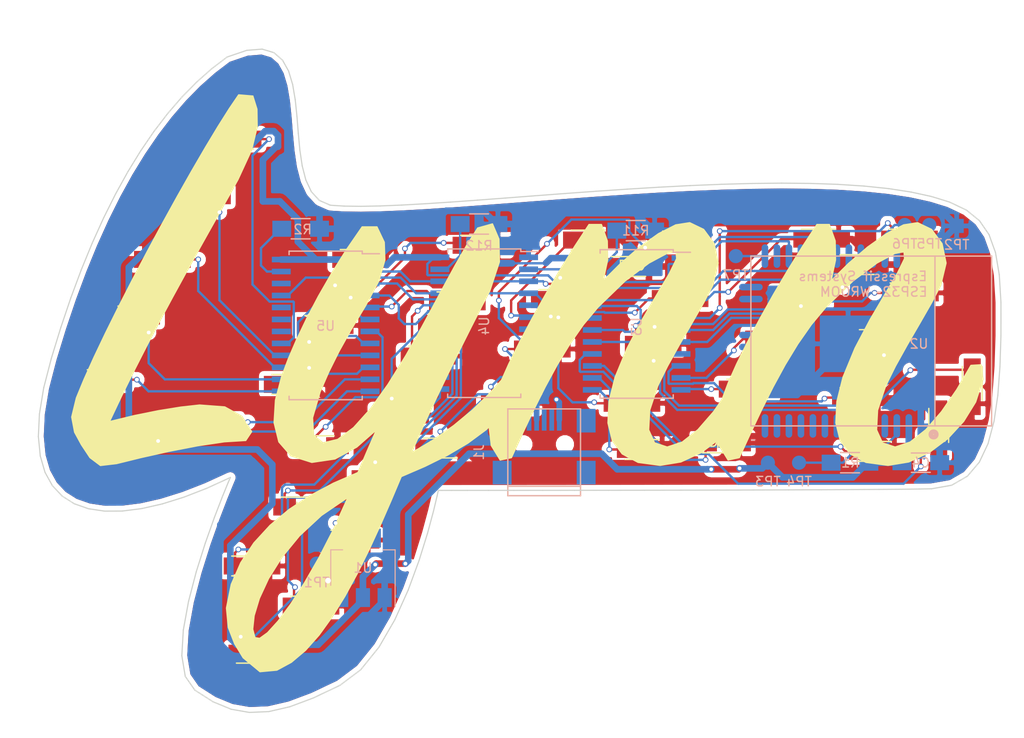
<source format=kicad_pcb>
(kicad_pcb (version 4) (host pcbnew 4.0.6)
  (layers (0 F.Cu signal) (31 B.Cu signal) (34 B.Paste user) (35 F.Paste user) (36 B.SilkS user) (37 F.SilkS user) (38 B.Mask user) (39 F.Mask user) (44 Edge.Cuts user))
  (net 0 "")
  (net 1 GND)
  (net 2 +5V)
  (net 3 33)
  (net 4 DATA)
  (net 5 CLK)
  (net 6 LATCH)
  (net 7 OE)
  (net 8 "Net-(R11-Pad1)")
  (net 9 "Net-(R12-Pad1)")
  (net 10 "Net-(U3-Pad22)")
  (net 11 "Net-(D1-Pad1)")
  (net 12 "Net-(D2-Pad1)")
  (net 13 "Net-(D3-Pad1)")
  (net 14 "Net-(D4-Pad1)")
  (net 15 "Net-(D5-Pad1)")
  (net 16 "Net-(D6-Pad1)")
  (net 17 "Net-(D7-Pad1)")
  (net 18 "Net-(D8-Pad1)")
  (net 19 "Net-(D9-Pad1)")
  (net 20 "Net-(D10-Pad1)")
  (net 21 "Net-(D11-Pad1)")
  (net 22 "Net-(D12-Pad1)")
  (net 23 "Net-(D13-Pad1)")
  (net 24 "Net-(D14-Pad1)")
  (net 25 "Net-(D15-Pad1)")
  (net 26 "Net-(D16-Pad1)")
  (net 27 "Net-(D17-Pad1)")
  (net 28 "Net-(D18-Pad1)")
  (net 29 "Net-(D19-Pad1)")
  (net 30 "Net-(D20-Pad1)")
  (net 31 "Net-(D21-Pad1)")
  (net 32 "Net-(D22-Pad1)")
  (net 33 "Net-(D23-Pad1)")
  (net 34 "Net-(D24-Pad1)")
  (net 35 "Net-(D25-Pad1)")
  (net 36 "Net-(D26-Pad1)")
  (net 37 "Net-(D27-Pad1)")
  (net 38 "Net-(D28-Pad1)")
  (net 39 "Net-(D29-Pad1)")
  (net 40 "Net-(D30-Pad1)")
  (net 41 "Net-(D31-Pad1)")
  (net 42 "Net-(D32-Pad1)")
  (net 43 "Net-(D33-Pad1)")
  (net 44 "Net-(D34-Pad1)")
  (net 45 "Net-(D35-Pad1)")
  (net 46 "Net-(D36-Pad1)")
  (net 47 "Net-(D37-Pad1)")
  (net 48 "Net-(D38-Pad1)")
  (net 49 "Net-(D39-Pad1)")
  (net 50 "Net-(D40-Pad1)")
  (net 51 "Net-(D41-Pad1)")
  (net 52 "Net-(D42-Pad1)")
  (net 53 "Net-(D43-Pad1)")
  (net 54 "Net-(D44-Pad1)")
  (net 55 "Net-(D45-Pad1)")
  (net 56 "Net-(D46-Pad1)")
  (net 57 "Net-(D47-Pad1)")
  (net 58 "Net-(D48-Pad1)")
  (net 59 "Net-(R2-Pad1)")
  (net 60 "Net-(U4-Pad22)")
  (net 61 "Net-(J1-Pad2)")
  (net 62 "Net-(J1-Pad3)")
  (net 63 "Net-(J1-Pad5)")
  (net 64 "Net-(R1-Pad2)")
  (net 65 "Net-(TP5-Pad1)")
  (net 66 "Net-(TP6-Pad1)")
  (net 67 "Net-(TP7-Pad1)")
  (net 68 "Net-(U2-Pad37)")
  (net 69 "Net-(U2-Pad36)")
  (net 70 "Net-(U2-Pad33)")
  (net 71 "Net-(U2-Pad32)")
  (net 72 "Net-(U2-Pad29)")
  (net 73 "Net-(U2-Pad26)")
  (net 74 "Net-(U2-Pad24)")
  (net 75 "Net-(U2-Pad23)")
  (net 76 "Net-(U2-Pad22)")
  (net 77 "Net-(U2-Pad21)")
  (net 78 "Net-(U2-Pad20)")
  (net 79 "Net-(U2-Pad19)")
  (net 80 "Net-(U2-Pad18)")
  (net 81 "Net-(U2-Pad17)")
  (net 82 "Net-(U2-Pad16)")
  (net 83 "Net-(U2-Pad14)")
  (net 84 "Net-(U2-Pad13)")
  (net 85 "Net-(U2-Pad12)")
  (net 86 "Net-(U2-Pad11)")
  (net 87 "Net-(U2-Pad10)")
  (net 88 "Net-(U2-Pad9)")
  (net 89 "Net-(U2-Pad8)")
  (net 90 "Net-(U2-Pad7)")
  (net 91 "Net-(U2-Pad6)")
  (net 92 "Net-(U2-Pad5)")
  (net 93 "Net-(U2-Pad4)")
  (net 94 "Net-(U5-Pad22)")
  (module ESP32-footprints-Lib:ESP32-WROOM (layer B.Cu) (at 230.55 89.4 270)
    (fp_text reference U2 (at 0.3 -5.05 540) (layer B.SilkS) (effects (justify mirror)))
    (fp_text value ESP32-WROOM)
    (fp_text user "Espressif Systems" (at -6.858 0.889 540) (layer B.SilkS) (effects (justify mirror)))
    (fp_text user ESP32-WROOM (at -5.207 -0.254 540) (layer B.SilkS) (effects (justify mirror)))
    (pad 38 smd oval (at -9 -5.25 270) (size 2.5 0.7) (layers B.Cu B.Paste B.Mask) (net 1 GND))
    (pad 37 smd oval (at -9 -3.98 270) (size 2.5 0.7) (layers B.Cu B.Paste B.Mask) (net 68 "Net-(U2-Pad37)"))
    (pad 36 smd oval (at -9 -2.71 270) (size 2.5 0.7) (layers B.Cu B.Paste B.Mask) (net 69 "Net-(U2-Pad36)"))
    (pad 35 smd oval (at -9 -1.44 270) (size 2.5 0.7) (layers B.Cu B.Paste B.Mask) (net 65 "Net-(TP5-Pad1)"))
    (pad 34 smd oval (at -9 -0.17 270) (size 2.5 0.7) (layers B.Cu B.Paste B.Mask) (net 66 "Net-(TP6-Pad1)"))
    (pad 33 smd oval (at -9 1.1 270) (size 2.5 0.7) (layers B.Cu B.Paste B.Mask) (net 70 "Net-(U2-Pad33)"))
    (pad 32 smd oval (at -9 2.37 270) (size 2.5 0.7) (layers B.Cu B.Paste B.Mask) (net 71 "Net-(U2-Pad32)"))
    (pad 31 smd oval (at -9 3.64 270) (size 2.5 0.7) (layers B.Cu B.Paste B.Mask) (net 5 CLK))
    (pad 30 smd oval (at -9 4.91 270) (size 2.5 0.7) (layers B.Cu B.Paste B.Mask) (net 6 LATCH))
    (pad 29 smd oval (at -9 6.18 270) (size 2.5 0.7) (layers B.Cu B.Paste B.Mask) (net 72 "Net-(U2-Pad29)"))
    (pad 28 smd oval (at -9 7.45 270) (size 2.5 0.7) (layers B.Cu B.Paste B.Mask) (net 7 OE))
    (pad 27 smd oval (at -9 8.72 270) (size 2.5 0.7) (layers B.Cu B.Paste B.Mask) (net 4 DATA))
    (pad 26 smd oval (at -9 9.99 270) (size 2.5 0.7) (layers B.Cu B.Paste B.Mask) (net 73 "Net-(U2-Pad26)"))
    (pad 25 smd oval (at -9 11.26 270) (size 2.5 0.7) (layers B.Cu B.Paste B.Mask) (net 67 "Net-(TP7-Pad1)"))
    (pad 24 smd oval (at -5.715 12.75 270) (size 0.7 2.5) (layers B.Cu B.Paste B.Mask) (net 74 "Net-(U2-Pad24)"))
    (pad 23 smd oval (at -4.445 12.75 270) (size 0.7 2.5) (layers B.Cu B.Paste B.Mask) (net 75 "Net-(U2-Pad23)"))
    (pad 20 smd oval (at -0.635 12.75 270) (size 0.7 2.5) (layers B.Cu B.Paste B.Mask) (net 78 "Net-(U2-Pad20)"))
    (pad 19 smd oval (at 0.635 12.75 270) (size 0.7 2.5) (layers B.Cu B.Paste B.Mask) (net 79 "Net-(U2-Pad19)"))
    (pad 18 smd oval (at 1.905 12.75 270) (size 0.7 2.5) (layers B.Cu B.Paste B.Mask) (net 80 "Net-(U2-Pad18)"))
    (pad 17 smd oval (at 3.175 12.75 270) (size 0.7 2.5) (layers B.Cu B.Paste B.Mask) (net 81 "Net-(U2-Pad17)"))
    (pad 16 smd oval (at 4.445 12.75 270) (size 0.7 2.5) (layers B.Cu B.Paste B.Mask) (net 82 "Net-(U2-Pad16)"))
    (pad 15 smd oval (at 5.715 12.75 270) (size 0.7 2.5) (layers B.Cu B.Paste B.Mask) (net 1 GND))
    (pad 14 smd oval (at 9 11.26 270) (size 2.5 0.7) (layers B.Cu B.Paste B.Mask) (net 83 "Net-(U2-Pad14)"))
    (pad 13 smd oval (at 9 9.99 270) (size 2.5 0.7) (layers B.Cu B.Paste B.Mask) (net 84 "Net-(U2-Pad13)"))
    (pad 12 smd oval (at 9 8.72 270) (size 2.5 0.7) (layers B.Cu B.Paste B.Mask) (net 85 "Net-(U2-Pad12)"))
    (pad 11 smd oval (at 9 7.45 270) (size 2.5 0.7) (layers B.Cu B.Paste B.Mask) (net 86 "Net-(U2-Pad11)"))
    (pad 10 smd oval (at 9 6.18 270) (size 2.5 0.7) (layers B.Cu B.Paste B.Mask) (net 87 "Net-(U2-Pad10)"))
    (pad 9 smd oval (at 9 4.91 270) (size 2.5 0.7) (layers B.Cu B.Paste B.Mask) (net 88 "Net-(U2-Pad9)"))
    (pad 8 smd oval (at 9 3.64 270) (size 2.5 0.7) (layers B.Cu B.Paste B.Mask) (net 89 "Net-(U2-Pad8)"))
    (pad 7 smd oval (at 9 2.37 270) (size 2.5 0.7) (layers B.Cu B.Paste B.Mask) (net 90 "Net-(U2-Pad7)"))
    (pad 6 smd oval (at 9 1.1 270) (size 2.5 0.7) (layers B.Cu B.Paste B.Mask) (net 91 "Net-(U2-Pad6)"))
    (pad 5 smd oval (at 9 -0.17 270) (size 2.5 0.7) (layers B.Cu B.Paste B.Mask) (net 92 "Net-(U2-Pad5)"))
    (pad 4 smd oval (at 9 -1.44 270) (size 2.5 0.7) (layers B.Cu B.Paste B.Mask) (net 93 "Net-(U2-Pad4)"))
    (pad 3 smd oval (at 9 -2.71 270) (size 2.5 0.7) (layers B.Cu B.Paste B.Mask) (net 64 "Net-(R1-Pad2)"))
    (pad 2 smd oval (at 9 -3.98 270) (size 2.5 0.7) (layers B.Cu B.Paste B.Mask) (net 3 33))
    (pad 1 smd oval (at 9 -5.25 270) (size 2.5 0.7) (layers B.Cu B.Paste B.Mask) (net 1 GND))
    (pad 39 smd rect (at 0.3 2.45 270) (size 6 6) (layers B.Cu B.Paste B.Mask) (net 1 GND))
  )
  (module Resistors_SMD:R_1206_HandSoldering (layer B.Cu) (at 228.3 102.3 180)
    (fp_text reference R1 (at -0.035 0 360) (layer B.SilkS) (effects (justify mirror)))
    (fp_text value 10K)
    (pad 1 smd rect (at -2 0 180) (size 2 1.7) (layers B.Cu B.Paste B.Mask) (net 3 33))
    (pad 2 smd rect (at 2 0 180) (size 2 1.7) (layers B.Cu B.Paste B.Mask) (net 64 "Net-(R1-Pad2)"))
  )
  (module Resistors_SMD:R_1206_HandSoldering (layer B.Cu) (at 170.1 77.5)
    (fp_text reference R2 (at 0.215 0.075 180) (layer B.SilkS) (effects (justify mirror)))
    (fp_text value 330)
    (pad 1 smd rect (at -2 0) (size 2 1.7) (layers B.Cu B.Paste B.Mask) (net 59 "Net-(R2-Pad1)"))
    (pad 2 smd rect (at 2 0) (size 2 1.7) (layers B.Cu B.Paste B.Mask) (net 1 GND))
  )
  (module TO_SOT_Packages_SMD:SOT-223 (layer B.Cu) (at 176.7 113.45 90)
    (fp_text reference U1 (at 0 0 360) (layer B.SilkS) (effects (justify mirror)))
    (fp_text value LD1117S33TR)
    (pad 4 smd rect (at 3.15 0 90) (size 2 3.8) (layers B.Cu B.Paste B.Mask))
    (pad 2 smd rect (at -3.15 0 90) (size 2 1.5) (layers B.Cu B.Paste B.Mask) (net 3 33))
    (pad 3 smd rect (at -3.15 -2.3 90) (size 2 1.5) (layers B.Cu B.Paste B.Mask) (net 2 +5V))
    (pad 1 smd rect (at -3.15 2.3 90) (size 2 1.5) (layers B.Cu B.Paste B.Mask) (net 1 GND))
  )
  (module Capacitors_SMD:C_1206_HandSoldering (layer B.Cu) (at 235.8 102.3)
    (fp_text reference C4 (at 0 0) (layer B.SilkS) (effects (justify mirror)))
    (fp_text value 1u)
    (pad 1 smd rect (at -2 0) (size 2 1.6) (layers B.Cu B.Paste B.Mask) (net 3 33))
    (pad 2 smd rect (at 2 0) (size 2 1.6) (layers B.Cu B.Paste B.Mask) (net 1 GND))
  )
  (module Resistors_SMD:R_1206_HandSoldering (layer B.Cu) (at 205.6 77.7)
    (fp_text reference R11 (at 0 0) (layer B.SilkS) (effects (justify mirror)))
    (fp_text value 330)
    (pad 1 smd rect (at -2 0) (size 2 1.7) (layers B.Cu B.Paste B.Mask) (net 8 "Net-(R11-Pad1)"))
    (pad 2 smd rect (at 2 0) (size 2 1.7) (layers B.Cu B.Paste B.Mask) (net 1 GND))
  )
  (module Resistors_SMD:R_1206_HandSoldering (layer B.Cu) (at 189 77)
    (fp_text reference R12 (at 0 2.3) (layer B.SilkS) (effects (justify mirror)))
    (fp_text value 330)
    (pad 1 smd rect (at -2 0) (size 2 1.7) (layers B.Cu B.Paste B.Mask) (net 9 "Net-(R12-Pad1)"))
    (pad 2 smd rect (at 2 0) (size 2 1.7) (layers B.Cu B.Paste B.Mask) (net 1 GND))
  )
  (module Housings_SOIC:SOIC-24W_7.5x15.4mm_Pitch1.27mm (layer B.Cu) (at 205.7 87.595 180)
    (fp_text reference U3 (at 0 -0.285 450) (layer B.SilkS) (effects (justify mirror)))
    (fp_text value TLC5926IDW)
    (pad 1 smd rect (at -4.7 6.985 180) (size 2 0.6) (layers B.Cu B.Paste B.Mask) (net 1 GND))
    (pad 2 smd rect (at -4.7 5.715 180) (size 2 0.6) (layers B.Cu B.Paste B.Mask) (net 4 DATA))
    (pad 3 smd rect (at -4.7 4.445 180) (size 2 0.6) (layers B.Cu B.Paste B.Mask) (net 5 CLK))
    (pad 4 smd rect (at -4.7 3.175 180) (size 2 0.6) (layers B.Cu B.Paste B.Mask) (net 6 LATCH))
    (pad 5 smd rect (at -4.7 1.905 180) (size 2 0.6) (layers B.Cu B.Paste B.Mask) (net 11 "Net-(D1-Pad1)"))
    (pad 6 smd rect (at -4.7 0.635 180) (size 2 0.6) (layers B.Cu B.Paste B.Mask) (net 12 "Net-(D2-Pad1)"))
    (pad 7 smd rect (at -4.7 -0.635 180) (size 2 0.6) (layers B.Cu B.Paste B.Mask) (net 13 "Net-(D3-Pad1)"))
    (pad 8 smd rect (at -4.7 -1.905 180) (size 2 0.6) (layers B.Cu B.Paste B.Mask) (net 14 "Net-(D4-Pad1)"))
    (pad 9 smd rect (at -4.7 -3.175 180) (size 2 0.6) (layers B.Cu B.Paste B.Mask) (net 15 "Net-(D5-Pad1)"))
    (pad 10 smd rect (at -4.7 -4.445 180) (size 2 0.6) (layers B.Cu B.Paste B.Mask) (net 16 "Net-(D6-Pad1)"))
    (pad 11 smd rect (at -4.7 -5.715 180) (size 2 0.6) (layers B.Cu B.Paste B.Mask) (net 17 "Net-(D7-Pad1)"))
    (pad 12 smd rect (at -4.7 -6.985 180) (size 2 0.6) (layers B.Cu B.Paste B.Mask) (net 18 "Net-(D8-Pad1)"))
    (pad 13 smd rect (at 4.7 -6.985 180) (size 2 0.6) (layers B.Cu B.Paste B.Mask) (net 19 "Net-(D9-Pad1)"))
    (pad 14 smd rect (at 4.7 -5.715 180) (size 2 0.6) (layers B.Cu B.Paste B.Mask) (net 20 "Net-(D10-Pad1)"))
    (pad 15 smd rect (at 4.7 -4.445 180) (size 2 0.6) (layers B.Cu B.Paste B.Mask) (net 21 "Net-(D11-Pad1)"))
    (pad 16 smd rect (at 4.7 -3.175 180) (size 2 0.6) (layers B.Cu B.Paste B.Mask) (net 22 "Net-(D12-Pad1)"))
    (pad 17 smd rect (at 4.7 -1.905 180) (size 2 0.6) (layers B.Cu B.Paste B.Mask) (net 23 "Net-(D13-Pad1)"))
    (pad 18 smd rect (at 4.7 -0.635 180) (size 2 0.6) (layers B.Cu B.Paste B.Mask) (net 24 "Net-(D14-Pad1)"))
    (pad 19 smd rect (at 4.7 0.635 180) (size 2 0.6) (layers B.Cu B.Paste B.Mask) (net 25 "Net-(D15-Pad1)"))
    (pad 20 smd rect (at 4.7 1.905 180) (size 2 0.6) (layers B.Cu B.Paste B.Mask) (net 26 "Net-(D16-Pad1)"))
    (pad 21 smd rect (at 4.7 3.175 180) (size 2 0.6) (layers B.Cu B.Paste B.Mask) (net 7 OE))
    (pad 22 smd rect (at 4.7 4.445 180) (size 2 0.6) (layers B.Cu B.Paste B.Mask) (net 10 "Net-(U3-Pad22)"))
    (pad 23 smd rect (at 4.7 5.715 180) (size 2 0.6) (layers B.Cu B.Paste B.Mask) (net 8 "Net-(R11-Pad1)"))
    (pad 24 smd rect (at 4.7 6.985 180) (size 2 0.6) (layers B.Cu B.Paste B.Mask) (net 3 33))
  )
  (module Housings_SOIC:SOIC-24W_7.5x15.4mm_Pitch1.27mm (layer B.Cu) (at 189.55 87.515 180)
    (fp_text reference U4 (at 0 -0.285 270) (layer B.SilkS) (effects (justify mirror)))
    (fp_text value TLC5926IDW)
    (pad 1 smd rect (at -4.7 6.985 180) (size 2 0.6) (layers B.Cu B.Paste B.Mask) (net 1 GND))
    (pad 2 smd rect (at -4.7 5.715 180) (size 2 0.6) (layers B.Cu B.Paste B.Mask) (net 10 "Net-(U3-Pad22)"))
    (pad 3 smd rect (at -4.7 4.445 180) (size 2 0.6) (layers B.Cu B.Paste B.Mask) (net 5 CLK))
    (pad 4 smd rect (at -4.7 3.175 180) (size 2 0.6) (layers B.Cu B.Paste B.Mask) (net 6 LATCH))
    (pad 5 smd rect (at -4.7 1.905 180) (size 2 0.6) (layers B.Cu B.Paste B.Mask) (net 27 "Net-(D17-Pad1)"))
    (pad 6 smd rect (at -4.7 0.635 180) (size 2 0.6) (layers B.Cu B.Paste B.Mask) (net 28 "Net-(D18-Pad1)"))
    (pad 7 smd rect (at -4.7 -0.635 180) (size 2 0.6) (layers B.Cu B.Paste B.Mask) (net 29 "Net-(D19-Pad1)"))
    (pad 8 smd rect (at -4.7 -1.905 180) (size 2 0.6) (layers B.Cu B.Paste B.Mask) (net 30 "Net-(D20-Pad1)"))
    (pad 9 smd rect (at -4.7 -3.175 180) (size 2 0.6) (layers B.Cu B.Paste B.Mask) (net 31 "Net-(D21-Pad1)"))
    (pad 10 smd rect (at -4.7 -4.445 180) (size 2 0.6) (layers B.Cu B.Paste B.Mask) (net 32 "Net-(D22-Pad1)"))
    (pad 11 smd rect (at -4.7 -5.715 180) (size 2 0.6) (layers B.Cu B.Paste B.Mask) (net 33 "Net-(D23-Pad1)"))
    (pad 12 smd rect (at -4.7 -6.985 180) (size 2 0.6) (layers B.Cu B.Paste B.Mask) (net 34 "Net-(D24-Pad1)"))
    (pad 13 smd rect (at 4.7 -6.985 180) (size 2 0.6) (layers B.Cu B.Paste B.Mask) (net 35 "Net-(D25-Pad1)"))
    (pad 14 smd rect (at 4.7 -5.715 180) (size 2 0.6) (layers B.Cu B.Paste B.Mask) (net 36 "Net-(D26-Pad1)"))
    (pad 15 smd rect (at 4.7 -4.445 180) (size 2 0.6) (layers B.Cu B.Paste B.Mask) (net 37 "Net-(D27-Pad1)"))
    (pad 16 smd rect (at 4.7 -3.175 180) (size 2 0.6) (layers B.Cu B.Paste B.Mask) (net 38 "Net-(D28-Pad1)"))
    (pad 17 smd rect (at 4.7 -1.905 180) (size 2 0.6) (layers B.Cu B.Paste B.Mask) (net 39 "Net-(D29-Pad1)"))
    (pad 18 smd rect (at 4.7 -0.635 180) (size 2 0.6) (layers B.Cu B.Paste B.Mask) (net 40 "Net-(D30-Pad1)"))
    (pad 19 smd rect (at 4.7 0.635 180) (size 2 0.6) (layers B.Cu B.Paste B.Mask) (net 41 "Net-(D31-Pad1)"))
    (pad 20 smd rect (at 4.7 1.905 180) (size 2 0.6) (layers B.Cu B.Paste B.Mask) (net 42 "Net-(D32-Pad1)"))
    (pad 21 smd rect (at 4.7 3.175 180) (size 2 0.6) (layers B.Cu B.Paste B.Mask) (net 7 OE))
    (pad 22 smd rect (at 4.7 4.445 180) (size 2 0.6) (layers B.Cu B.Paste B.Mask) (net 60 "Net-(U4-Pad22)"))
    (pad 23 smd rect (at 4.7 5.715 180) (size 2 0.6) (layers B.Cu B.Paste B.Mask) (net 9 "Net-(R12-Pad1)"))
    (pad 24 smd rect (at 4.7 6.985 180) (size 2 0.6) (layers B.Cu B.Paste B.Mask) (net 3 33))
  )
  (module LEDs:LED_1206_HandSoldering (layer F.Cu) (at 241.25 94.25 270)
    (fp_text reference D1 (at 0 0 270) (layer F.SilkS))
    (fp_text value LED)
    (pad 2 smd rect (at 1.8 0 90) (size 2.4 1.80086) (layers F.Cu F.Paste F.Mask) (net 2 +5V))
    (pad 1 smd rect (at -1.8 0 90) (size 2.4 1.80086) (layers F.Cu F.Paste F.Mask) (net 11 "Net-(D1-Pad1)"))
  )
  (module LEDs:LED_1206_HandSoldering (layer F.Cu) (at 234.6 78.6)
    (fp_text reference D2 (at 0 -0.1) (layer F.SilkS))
    (fp_text value LED)
    (pad 2 smd rect (at 1.8 0 180) (size 2.4 1.80086) (layers F.Cu F.Paste F.Mask) (net 2 +5V))
    (pad 1 smd rect (at -1.8 0 180) (size 2.4 1.80086) (layers F.Cu F.Paste F.Mask) (net 12 "Net-(D2-Pad1)"))
  )
  (module LEDs:LED_1206_HandSoldering (layer F.Cu) (at 229.4 81.3)
    (fp_text reference D3 (at 0 0) (layer F.SilkS))
    (fp_text value LED)
    (pad 2 smd rect (at 1.8 0 180) (size 2.4 1.80086) (layers F.Cu F.Paste F.Mask) (net 2 +5V))
    (pad 1 smd rect (at -1.8 0 180) (size 2.4 1.80086) (layers F.Cu F.Paste F.Mask) (net 13 "Net-(D3-Pad1)"))
  )
  (module LEDs:LED_1206_HandSoldering (layer F.Cu) (at 234.7 84.3)
    (fp_text reference D4 (at 0 0) (layer F.SilkS))
    (fp_text value LED)
    (pad 2 smd rect (at 1.8 0 180) (size 2.4 1.80086) (layers F.Cu F.Paste F.Mask) (net 2 +5V))
    (pad 1 smd rect (at -1.8 0 180) (size 2.4 1.80086) (layers F.Cu F.Paste F.Mask) (net 14 "Net-(D4-Pad1)"))
  )
  (module LEDs:LED_1206_HandSoldering (layer F.Cu) (at 231.45 89.25)
    (fp_text reference D5 (at -0.15 0.05) (layer F.SilkS))
    (fp_text value LED)
    (pad 2 smd rect (at 1.8 0 180) (size 2.4 1.80086) (layers F.Cu F.Paste F.Mask) (net 2 +5V))
    (pad 1 smd rect (at -1.8 0 180) (size 2.4 1.80086) (layers F.Cu F.Paste F.Mask) (net 15 "Net-(D5-Pad1)"))
  )
  (module LEDs:LED_1206_HandSoldering (layer F.Cu) (at 229.4 95.4)
    (fp_text reference D6 (at 0 0) (layer F.SilkS))
    (fp_text value LED)
    (pad 2 smd rect (at 1.8 0 180) (size 2.4 1.80086) (layers F.Cu F.Paste F.Mask) (net 2 +5V))
    (pad 1 smd rect (at -1.8 0 180) (size 2.4 1.80086) (layers F.Cu F.Paste F.Mask) (net 16 "Net-(D6-Pad1)"))
  )
  (module LEDs:LED_1206_HandSoldering (layer F.Cu) (at 220.2 89.2)
    (fp_text reference D7 (at 0 -0.1) (layer F.SilkS))
    (fp_text value LED)
    (pad 2 smd rect (at 1.8 0 180) (size 2.4 1.80086) (layers F.Cu F.Paste F.Mask) (net 2 +5V))
    (pad 1 smd rect (at -1.8 0 180) (size 2.4 1.80086) (layers F.Cu F.Paste F.Mask) (net 17 "Net-(D7-Pad1)"))
  )
  (module LEDs:LED_1206_HandSoldering (layer F.Cu) (at 217.4 94.5)
    (fp_text reference D8 (at -0.1 -0.1) (layer F.SilkS))
    (fp_text value LED)
    (pad 2 smd rect (at 1.8 0 180) (size 2.4 1.80086) (layers F.Cu F.Paste F.Mask) (net 2 +5V))
    (pad 1 smd rect (at -1.8 0 180) (size 2.4 1.80086) (layers F.Cu F.Paste F.Mask) (net 18 "Net-(D8-Pad1)"))
  )
  (module LEDs:LED_1206_HandSoldering (layer F.Cu) (at 206.6 100.9)
    (fp_text reference D9 (at -0.1 0) (layer F.SilkS))
    (fp_text value LED)
    (pad 2 smd rect (at 1.8 0 180) (size 2.4 1.80086) (layers F.Cu F.Paste F.Mask) (net 2 +5V))
    (pad 1 smd rect (at -1.8 0 180) (size 2.4 1.80086) (layers F.Cu F.Paste F.Mask) (net 19 "Net-(D9-Pad1)"))
  )
  (module LEDs:LED_1206_HandSoldering (layer F.Cu) (at 214.8 100.2)
    (fp_text reference D10 (at 0 -0.1) (layer F.SilkS))
    (fp_text value LED)
    (pad 2 smd rect (at 1.8 0 180) (size 2.4 1.80086) (layers F.Cu F.Paste F.Mask) (net 2 +5V))
    (pad 1 smd rect (at -1.8 0 180) (size 2.4 1.80086) (layers F.Cu F.Paste F.Mask) (net 20 "Net-(D10-Pad1)"))
  )
  (module LEDs:LED_1206_HandSoldering (layer F.Cu) (at 231.2 101.1)
    (fp_text reference D11 (at 0 0) (layer F.SilkS))
    (fp_text value LED)
    (pad 2 smd rect (at 1.8 0 180) (size 2.4 1.80086) (layers F.Cu F.Paste F.Mask) (net 2 +5V))
    (pad 1 smd rect (at -1.8 0 180) (size 2.4 1.80086) (layers F.Cu F.Paste F.Mask) (net 21 "Net-(D11-Pad1)"))
  )
  (module LEDs:LED_1206_HandSoldering (layer F.Cu) (at 237.7 98.7 270)
    (fp_text reference D12 (at 0.1 -0.2 270) (layer F.SilkS))
    (fp_text value LED)
    (pad 2 smd rect (at 1.8 0 90) (size 2.4 1.80086) (layers F.Cu F.Paste F.Mask) (net 2 +5V))
    (pad 1 smd rect (at -1.8 0 90) (size 2.4 1.80086) (layers F.Cu F.Paste F.Mask) (net 22 "Net-(D12-Pad1)"))
  )
  (module LEDs:LED_1206_HandSoldering (layer F.Cu) (at 223.1 84.7)
    (fp_text reference D13 (at 0 -0.1) (layer F.SilkS))
    (fp_text value LED)
    (pad 2 smd rect (at 1.8 0 180) (size 2.4 1.80086) (layers F.Cu F.Paste F.Mask) (net 2 +5V))
    (pad 1 smd rect (at -1.8 0 180) (size 2.4 1.80086) (layers F.Cu F.Paste F.Mask) (net 23 "Net-(D13-Pad1)"))
  )
  (module LEDs:LED_1206_HandSoldering (layer F.Cu) (at 225.3 78.6)
    (fp_text reference D14 (at 0 0.1) (layer F.SilkS))
    (fp_text value LED)
    (pad 2 smd rect (at 1.8 0 180) (size 2.4 1.80086) (layers F.Cu F.Paste F.Mask) (net 2 +5V))
    (pad 1 smd rect (at -1.8 0 180) (size 2.4 1.80086) (layers F.Cu F.Paste F.Mask) (net 24 "Net-(D14-Pad1)"))
  )
  (module LEDs:LED_1206_HandSoldering (layer F.Cu) (at 205.2 96)
    (fp_text reference D15 (at -0.1 -0.1) (layer F.SilkS))
    (fp_text value LED)
    (pad 2 smd rect (at 1.8 0 180) (size 2.4 1.80086) (layers F.Cu F.Paste F.Mask) (net 2 +5V))
    (pad 1 smd rect (at -1.8 0 180) (size 2.4 1.80086) (layers F.Cu F.Paste F.Mask) (net 25 "Net-(D15-Pad1)"))
  )
  (module LEDs:LED_1206_HandSoldering (layer F.Cu) (at 207.45 89.75)
    (fp_text reference D16 (at -0.05 0.15) (layer F.SilkS))
    (fp_text value LED)
    (pad 2 smd rect (at 1.8 0 180) (size 2.4 1.80086) (layers F.Cu F.Paste F.Mask) (net 2 +5V))
    (pad 1 smd rect (at -1.8 0 180) (size 2.4 1.80086) (layers F.Cu F.Paste F.Mask) (net 26 "Net-(D16-Pad1)"))
  )
  (module LEDs:LED_1206_HandSoldering (layer F.Cu) (at 197.5 85)
    (fp_text reference D17 (at 0 0) (layer F.SilkS))
    (fp_text value LED)
    (pad 2 smd rect (at 1.8 0 180) (size 2.4 1.80086) (layers F.Cu F.Paste F.Mask) (net 2 +5V))
    (pad 1 smd rect (at -1.8 0 180) (size 2.4 1.80086) (layers F.Cu F.Paste F.Mask) (net 27 "Net-(D17-Pad1)"))
  )
  (module LEDs:LED_1206_HandSoldering (layer F.Cu) (at 200.9 78.7)
    (fp_text reference D18 (at 0.2 0.3) (layer F.SilkS))
    (fp_text value LED)
    (pad 2 smd rect (at 1.8 0 180) (size 2.4 1.80086) (layers F.Cu F.Paste F.Mask) (net 2 +5V))
    (pad 1 smd rect (at -1.8 0 180) (size 2.4 1.80086) (layers F.Cu F.Paste F.Mask) (net 28 "Net-(D18-Pad1)"))
  )
  (module LEDs:LED_1206_HandSoldering (layer F.Cu) (at 205.2 81.5)
    (fp_text reference D19 (at 0 -0.1) (layer F.SilkS))
    (fp_text value LED)
    (pad 2 smd rect (at 1.8 0 180) (size 2.4 1.80086) (layers F.Cu F.Paste F.Mask) (net 2 +5V))
    (pad 1 smd rect (at -1.8 0 180) (size 2.4 1.80086) (layers F.Cu F.Paste F.Mask) (net 29 "Net-(D19-Pad1)"))
  )
  (module LEDs:LED_1206_HandSoldering (layer F.Cu) (at 210.6 78.8)
    (fp_text reference D20 (at 0 0) (layer F.SilkS))
    (fp_text value LED)
    (pad 2 smd rect (at 1.8 0 180) (size 2.4 1.80086) (layers F.Cu F.Paste F.Mask) (net 2 +5V))
    (pad 1 smd rect (at -1.8 0 180) (size 2.4 1.80086) (layers F.Cu F.Paste F.Mask) (net 30 "Net-(D20-Pad1)"))
  )
  (module LEDs:LED_1206_HandSoldering (layer F.Cu) (at 210.3 84.9)
    (fp_text reference D21 (at 0 -0.1) (layer F.SilkS))
    (fp_text value LED)
    (pad 2 smd rect (at 1.8 0 180) (size 2.4 1.80086) (layers F.Cu F.Paste F.Mask) (net 2 +5V))
    (pad 1 smd rect (at -1.8 0 180) (size 2.4 1.80086) (layers F.Cu F.Paste F.Mask) (net 31 "Net-(D21-Pad1)"))
  )
  (module LEDs:LED_1206_HandSoldering (layer F.Cu) (at 195.7 90.25)
    (fp_text reference D22 (at 0 -0.05) (layer F.SilkS))
    (fp_text value LED)
    (pad 2 smd rect (at 1.8 0 180) (size 2.4 1.80086) (layers F.Cu F.Paste F.Mask) (net 2 +5V))
    (pad 1 smd rect (at -1.8 0 180) (size 2.4 1.80086) (layers F.Cu F.Paste F.Mask) (net 32 "Net-(D22-Pad1)"))
  )
  (module LEDs:LED_1206_HandSoldering (layer F.Cu) (at 192.2 96)
    (fp_text reference D23 (at -0.1 0) (layer F.SilkS))
    (fp_text value LED)
    (pad 2 smd rect (at 1.8 0 180) (size 2.4 1.80086) (layers F.Cu F.Paste F.Mask) (net 2 +5V))
    (pad 1 smd rect (at -1.8 0 180) (size 2.4 1.80086) (layers F.Cu F.Paste F.Mask) (net 33 "Net-(D23-Pad1)"))
  )
  (module LEDs:LED_1206_HandSoldering (layer F.Cu) (at 185.25 100.75)
    (fp_text reference D24 (at -0.15 -0.15) (layer F.SilkS))
    (fp_text value LED)
    (pad 2 smd rect (at 1.8 0 180) (size 2.4 1.80086) (layers F.Cu F.Paste F.Mask) (net 2 +5V))
    (pad 1 smd rect (at -1.8 0 180) (size 2.4 1.80086) (layers F.Cu F.Paste F.Mask) (net 34 "Net-(D24-Pad1)"))
  )
  (module LEDs:LED_1206_HandSoldering (layer F.Cu) (at 178.5 104)
    (fp_text reference D25 (at 0.1 0) (layer F.SilkS))
    (fp_text value LED)
    (pad 2 smd rect (at 1.8 0 180) (size 2.4 1.80086) (layers F.Cu F.Paste F.Mask) (net 2 +5V))
    (pad 1 smd rect (at -1.8 0 180) (size 2.4 1.80086) (layers F.Cu F.Paste F.Mask) (net 35 "Net-(D25-Pad1)"))
  )
  (module LEDs:LED_1206_HandSoldering (layer F.Cu) (at 170.2 107)
    (fp_text reference D26 (at 0.3 0.7) (layer F.SilkS))
    (fp_text value LED)
    (pad 2 smd rect (at 1.8 0 180) (size 2.4 1.80086) (layers F.Cu F.Paste F.Mask) (net 2 +5V))
    (pad 1 smd rect (at -1.8 0 180) (size 2.4 1.80086) (layers F.Cu F.Paste F.Mask) (net 36 "Net-(D26-Pad1)"))
  )
  (module LEDs:LED_1206_HandSoldering (layer F.Cu) (at 164.95 113.25)
    (fp_text reference D27 (at 0.55 0.05) (layer F.SilkS))
    (fp_text value LED)
    (pad 2 smd rect (at 1.8 0 180) (size 2.4 1.80086) (layers F.Cu F.Paste F.Mask) (net 2 +5V))
    (pad 1 smd rect (at -1.8 0 180) (size 2.4 1.80086) (layers F.Cu F.Paste F.Mask) (net 37 "Net-(D27-Pad1)"))
  )
  (module LEDs:LED_1206_HandSoldering (layer F.Cu) (at 165.45 122.5)
    (fp_text reference D28 (at 0 0) (layer F.SilkS))
    (fp_text value LED)
    (pad 2 smd rect (at 1.8 0 180) (size 2.4 1.80086) (layers F.Cu F.Paste F.Mask) (net 2 +5V))
    (pad 1 smd rect (at -1.8 0 180) (size 2.4 1.80086) (layers F.Cu F.Paste F.Mask) (net 38 "Net-(D28-Pad1)"))
  )
  (module LEDs:LED_1206_HandSoldering (layer F.Cu) (at 171.2 117.5)
    (fp_text reference D29 (at 0.1 0) (layer F.SilkS))
    (fp_text value LED)
    (pad 2 smd rect (at 1.8 0 180) (size 2.4 1.80086) (layers F.Cu F.Paste F.Mask) (net 2 +5V))
    (pad 1 smd rect (at -1.8 0 180) (size 2.4 1.80086) (layers F.Cu F.Paste F.Mask) (net 39 "Net-(D29-Pad1)"))
  )
  (module LEDs:LED_1206_HandSoldering (layer F.Cu) (at 175.45 110.5)
    (fp_text reference D30 (at -0.05 0) (layer F.SilkS))
    (fp_text value LED)
    (pad 2 smd rect (at 1.8 0 180) (size 2.4 1.80086) (layers F.Cu F.Paste F.Mask) (net 2 +5V))
    (pad 1 smd rect (at -1.8 0 180) (size 2.4 1.80086) (layers F.Cu F.Paste F.Mask) (net 40 "Net-(D30-Pad1)"))
  )
  (module LEDs:LED_1206_HandSoldering (layer F.Cu) (at 180.7 97.25)
    (fp_text reference D31 (at 0 -0.15) (layer F.SilkS))
    (fp_text value LED)
    (pad 2 smd rect (at 1.8 0 180) (size 2.4 1.80086) (layers F.Cu F.Paste F.Mask) (net 2 +5V))
    (pad 1 smd rect (at -1.8 0 180) (size 2.4 1.80086) (layers F.Cu F.Paste F.Mask) (net 41 "Net-(D31-Pad1)"))
  )
  (module LEDs:LED_1206_HandSoldering (layer F.Cu) (at 183.7 91)
    (fp_text reference D32 (at 0 0) (layer F.SilkS))
    (fp_text value LED)
    (pad 2 smd rect (at 1.8 0 180) (size 2.4 1.80086) (layers F.Cu F.Paste F.Mask) (net 2 +5V))
    (pad 1 smd rect (at -1.8 0 180) (size 2.4 1.80086) (layers F.Cu F.Paste F.Mask) (net 42 "Net-(D32-Pad1)"))
  )
  (module LEDs:LED_1206_HandSoldering (layer F.Cu) (at 186.7 85.25)
    (fp_text reference D33 (at -0.2 0.05) (layer F.SilkS))
    (fp_text value LED)
    (pad 2 smd rect (at 1.8 0 180) (size 2.4 1.80086) (layers F.Cu F.Paste F.Mask) (net 2 +5V))
    (pad 1 smd rect (at -1.8 0 180) (size 2.4 1.80086) (layers F.Cu F.Paste F.Mask) (net 43 "Net-(D33-Pad1)"))
  )
  (module LEDs:LED_1206_HandSoldering (layer F.Cu) (at 189.2 79.25)
    (fp_text reference D34 (at 0.1 0.25) (layer F.SilkS))
    (fp_text value LED)
    (pad 2 smd rect (at 1.8 0 180) (size 2.4 1.80086) (layers F.Cu F.Paste F.Mask) (net 2 +5V))
    (pad 1 smd rect (at -1.8 0 180) (size 2.4 1.80086) (layers F.Cu F.Paste F.Mask) (net 44 "Net-(D34-Pad1)"))
  )
  (module LEDs:LED_1206_HandSoldering (layer F.Cu) (at 172.2 100.5)
    (fp_text reference D35 (at 0.2 0.4) (layer F.SilkS))
    (fp_text value LED)
    (pad 2 smd rect (at 1.8 0 180) (size 2.4 1.80086) (layers F.Cu F.Paste F.Mask) (net 2 +5V))
    (pad 1 smd rect (at -1.8 0 180) (size 2.4 1.80086) (layers F.Cu F.Paste F.Mask) (net 45 "Net-(D35-Pad1)"))
  )
  (module LEDs:LED_1206_HandSoldering (layer F.Cu) (at 169.2 94)
    (fp_text reference D36 (at 0.2 0.2) (layer F.SilkS))
    (fp_text value LED)
    (pad 2 smd rect (at 1.8 0 180) (size 2.4 1.80086) (layers F.Cu F.Paste F.Mask) (net 2 +5V))
    (pad 1 smd rect (at -1.8 0 180) (size 2.4 1.80086) (layers F.Cu F.Paste F.Mask) (net 46 "Net-(D36-Pad1)"))
  )
  (module LEDs:LED_1206_HandSoldering (layer F.Cu) (at 172.7 87.75)
    (fp_text reference D37 (at 0 0.05) (layer F.SilkS))
    (fp_text value LED)
    (pad 2 smd rect (at 1.8 0 180) (size 2.4 1.80086) (layers F.Cu F.Paste F.Mask) (net 2 +5V))
    (pad 1 smd rect (at -1.8 0 180) (size 2.4 1.80086) (layers F.Cu F.Paste F.Mask) (net 47 "Net-(D37-Pad1)"))
  )
  (module LEDs:LED_1206_HandSoldering (layer F.Cu) (at 176.45 80.75)
    (fp_text reference D38 (at 0.05 0.05) (layer F.SilkS))
    (fp_text value LED)
    (pad 2 smd rect (at 1.8 0 180) (size 2.4 1.80086) (layers F.Cu F.Paste F.Mask) (net 2 +5V))
    (pad 1 smd rect (at -1.8 0 180) (size 2.4 1.80086) (layers F.Cu F.Paste F.Mask) (net 48 "Net-(D38-Pad1)"))
  )
  (module LEDs:LED_1206_HandSoldering (layer F.Cu) (at 160.7 98.25 180)
    (fp_text reference D39 (at 0.1 -0.05 180) (layer F.SilkS))
    (fp_text value LED)
    (pad 2 smd rect (at 1.8 0) (size 2.4 1.80086) (layers F.Cu F.Paste F.Mask) (net 2 +5V))
    (pad 1 smd rect (at -1.8 0) (size 2.4 1.80086) (layers F.Cu F.Paste F.Mask) (net 49 "Net-(D39-Pad1)"))
  )
  (module LEDs:LED_1206_HandSoldering (layer F.Cu) (at 150.7 100 180)
    (fp_text reference D40 (at -0.1 0 180) (layer F.SilkS))
    (fp_text value LED)
    (pad 2 smd rect (at 1.8 0) (size 2.4 1.80086) (layers F.Cu F.Paste F.Mask) (net 2 +5V))
    (pad 1 smd rect (at -1.8 0) (size 2.4 1.80086) (layers F.Cu F.Paste F.Mask) (net 50 "Net-(D40-Pad1)"))
  )
  (module LEDs:LED_1206_HandSoldering (layer F.Cu) (at 148.95 93.5 180)
    (fp_text reference D41 (at 0.05 0 180) (layer F.SilkS))
    (fp_text value LED)
    (pad 2 smd rect (at 1.8 0) (size 2.4 1.80086) (layers F.Cu F.Paste F.Mask) (net 2 +5V))
    (pad 1 smd rect (at -1.8 0) (size 2.4 1.80086) (layers F.Cu F.Paste F.Mask) (net 51 "Net-(D41-Pad1)"))
  )
  (module LEDs:LED_1206_HandSoldering (layer F.Cu) (at 152.2 86.75 180)
    (fp_text reference D42 (at 0 0 180) (layer F.SilkS))
    (fp_text value LED)
    (pad 2 smd rect (at 1.8 0) (size 2.4 1.80086) (layers F.Cu F.Paste F.Mask) (net 2 +5V))
    (pad 1 smd rect (at -1.8 0) (size 2.4 1.80086) (layers F.Cu F.Paste F.Mask) (net 52 "Net-(D42-Pad1)"))
  )
  (module LEDs:LED_1206_HandSoldering (layer F.Cu) (at 155.45 80.75 180)
    (fp_text reference D43 (at -0.05 -0.15 180) (layer F.SilkS))
    (fp_text value LED)
    (pad 2 smd rect (at 1.8 0) (size 2.4 1.80086) (layers F.Cu F.Paste F.Mask) (net 2 +5V))
    (pad 1 smd rect (at -1.8 0) (size 2.4 1.80086) (layers F.Cu F.Paste F.Mask) (net 53 "Net-(D43-Pad1)"))
  )
  (module LEDs:LED_1206_HandSoldering (layer F.Cu) (at 159.7 74 180)
    (fp_text reference D44 (at 0 0 180) (layer F.SilkS))
    (fp_text value LED)
    (pad 2 smd rect (at 1.8 0) (size 2.4 1.80086) (layers F.Cu F.Paste F.Mask) (net 2 +5V))
    (pad 1 smd rect (at -1.8 0) (size 2.4 1.80086) (layers F.Cu F.Paste F.Mask) (net 54 "Net-(D44-Pad1)"))
  )
  (module LEDs:LED_1206_HandSoldering (layer F.Cu) (at 162.95 68 180)
    (fp_text reference D45 (at 0.05 -0.1 180) (layer F.SilkS))
    (fp_text value LED)
    (pad 2 smd rect (at 1.8 0) (size 2.4 1.80086) (layers F.Cu F.Paste F.Mask) (net 2 +5V))
    (pad 1 smd rect (at -1.8 0) (size 2.4 1.80086) (layers F.Cu F.Paste F.Mask) (net 55 "Net-(D45-Pad1)"))
  )
  (module Connectors:USB_Mini-B (layer B.Cu) (at 195.9 101.2 90)
    (fp_text reference J1 (at 0 -6.90118 90) (layer B.SilkS) (effects (justify mirror)))
    (fp_text value USB_B)
    (pad 1 smd rect (at 3.44932 1.6002 90) (size 2.30124 0.50038) (layers B.Cu B.Paste B.Mask) (net 2 +5V))
    (pad 2 smd rect (at 3.44932 0.8001 90) (size 2.30124 0.50038) (layers B.Cu B.Paste B.Mask) (net 61 "Net-(J1-Pad2)"))
    (pad 3 smd rect (at 3.44932 0 90) (size 2.30124 0.50038) (layers B.Cu B.Paste B.Mask) (net 62 "Net-(J1-Pad3)"))
    (pad 4 smd rect (at 3.44932 -0.8001 90) (size 2.30124 0.50038) (layers B.Cu B.Paste B.Mask) (net 1 GND))
    (pad 5 smd rect (at 3.44932 -1.6002 90) (size 2.30124 0.50038) (layers B.Cu B.Paste B.Mask) (net 63 "Net-(J1-Pad5)"))
    (pad 6 smd rect (at 3.35026 4.45008 90) (size 2.49936 1.99898) (layers B.Cu B.Paste B.Mask))
    (pad 6 smd rect (at -2.14884 4.45008 90) (size 2.49936 1.99898) (layers B.Cu B.Paste B.Mask))
    (pad 6 smd rect (at 3.35026 -4.45008 90) (size 2.49936 1.99898) (layers B.Cu B.Paste B.Mask))
    (pad 6 smd rect (at -2.14884 -4.45008 90) (size 2.49936 1.99898) (layers B.Cu B.Paste B.Mask))
    (pad "" np_thru_hole circle (at 0.8509 2.19964 90) (size 0.89916 0.89916) (drill 0.89916) (layers *.Cu *.Mask))
    (pad "" np_thru_hole circle (at 0.8509 -2.19964 90) (size 0.89916 0.89916) (drill 0.89916) (layers *.Cu *.Mask))
  )
  (module Housings_SOIC:SOIC-24W_7.5x15.4mm_Pitch1.27mm (layer B.Cu) (at 172.75 87.75 180)
    (fp_text reference U5 (at 0 -0.05 180) (layer B.SilkS) (effects (justify mirror)))
    (fp_text value TLC5926IDW)
    (pad 1 smd rect (at -4.7 6.985 180) (size 2 0.6) (layers B.Cu B.Paste B.Mask) (net 1 GND))
    (pad 2 smd rect (at -4.7 5.715 180) (size 2 0.6) (layers B.Cu B.Paste B.Mask) (net 60 "Net-(U4-Pad22)"))
    (pad 3 smd rect (at -4.7 4.445 180) (size 2 0.6) (layers B.Cu B.Paste B.Mask) (net 5 CLK))
    (pad 4 smd rect (at -4.7 3.175 180) (size 2 0.6) (layers B.Cu B.Paste B.Mask) (net 6 LATCH))
    (pad 5 smd rect (at -4.7 1.905 180) (size 2 0.6) (layers B.Cu B.Paste B.Mask) (net 43 "Net-(D33-Pad1)"))
    (pad 6 smd rect (at -4.7 0.635 180) (size 2 0.6) (layers B.Cu B.Paste B.Mask) (net 44 "Net-(D34-Pad1)"))
    (pad 7 smd rect (at -4.7 -0.635 180) (size 2 0.6) (layers B.Cu B.Paste B.Mask) (net 45 "Net-(D35-Pad1)"))
    (pad 8 smd rect (at -4.7 -1.905 180) (size 2 0.6) (layers B.Cu B.Paste B.Mask) (net 46 "Net-(D36-Pad1)"))
    (pad 9 smd rect (at -4.7 -3.175 180) (size 2 0.6) (layers B.Cu B.Paste B.Mask) (net 47 "Net-(D37-Pad1)"))
    (pad 10 smd rect (at -4.7 -4.445 180) (size 2 0.6) (layers B.Cu B.Paste B.Mask) (net 48 "Net-(D38-Pad1)"))
    (pad 11 smd rect (at -4.7 -5.715 180) (size 2 0.6) (layers B.Cu B.Paste B.Mask) (net 49 "Net-(D39-Pad1)"))
    (pad 12 smd rect (at -4.7 -6.985 180) (size 2 0.6) (layers B.Cu B.Paste B.Mask) (net 50 "Net-(D40-Pad1)"))
    (pad 13 smd rect (at 4.7 -6.985 180) (size 2 0.6) (layers B.Cu B.Paste B.Mask) (net 51 "Net-(D41-Pad1)"))
    (pad 14 smd rect (at 4.7 -5.715 180) (size 2 0.6) (layers B.Cu B.Paste B.Mask) (net 52 "Net-(D42-Pad1)"))
    (pad 15 smd rect (at 4.7 -4.445 180) (size 2 0.6) (layers B.Cu B.Paste B.Mask) (net 53 "Net-(D43-Pad1)"))
    (pad 16 smd rect (at 4.7 -3.175 180) (size 2 0.6) (layers B.Cu B.Paste B.Mask) (net 54 "Net-(D44-Pad1)"))
    (pad 17 smd rect (at 4.7 -1.905 180) (size 2 0.6) (layers B.Cu B.Paste B.Mask) (net 55 "Net-(D45-Pad1)"))
    (pad 18 smd rect (at 4.7 -0.635 180) (size 2 0.6) (layers B.Cu B.Paste B.Mask) (net 56 "Net-(D46-Pad1)"))
    (pad 19 smd rect (at 4.7 0.635 180) (size 2 0.6) (layers B.Cu B.Paste B.Mask) (net 57 "Net-(D47-Pad1)"))
    (pad 20 smd rect (at 4.7 1.905 180) (size 2 0.6) (layers B.Cu B.Paste B.Mask) (net 58 "Net-(D48-Pad1)"))
    (pad 21 smd rect (at 4.7 3.175 180) (size 2 0.6) (layers B.Cu B.Paste B.Mask) (net 7 OE))
    (pad 22 smd rect (at 4.7 4.445 180) (size 2 0.6) (layers B.Cu B.Paste B.Mask) (net 94 "Net-(U5-Pad22)"))
    (pad 23 smd rect (at 4.7 5.715 180) (size 2 0.6) (layers B.Cu B.Paste B.Mask) (net 59 "Net-(R2-Pad1)"))
    (pad 24 smd rect (at 4.7 6.985 180) (size 2 0.6) (layers B.Cu B.Paste B.Mask) (net 3 33))
  )
  (module svg2mod:lynn_outline (layer F.Cu) (at 175 85.25)
    (fp_text reference lynn_outline hide)
    (fp_text value G*** hide)
    (fp_line (start -31.307747 5.982047) (end -30.303919 2.708595) (layer Edge.Cuts) (width 0.127816))
    (fp_line (start -30.303919 2.708595) (end -29.247887 -0.417774) (layer Edge.Cuts) (width 0.127816))
    (fp_line (start -29.247887 -0.417774) (end -28.140166 -3.395673) (layer Edge.Cuts) (width 0.127816))
    (fp_line (start -28.140166 -3.395673) (end -26.981271 -6.223714) (layer Edge.Cuts) (width 0.127816))
    (fp_line (start -26.981271 -6.223714) (end -25.771718 -8.90051) (layer Edge.Cuts) (width 0.127816))
    (fp_line (start -25.771718 -8.90051) (end -24.512019 -11.424674) (layer Edge.Cuts) (width 0.127816))
    (fp_line (start -24.512019 -11.424674) (end -23.202692 -13.794818) (layer Edge.Cuts) (width 0.127816))
    (fp_line (start -23.202692 -13.794818) (end -21.844249 -16.009556) (layer Edge.Cuts) (width 0.127816))
    (fp_line (start -21.844249 -16.009556) (end -20.437207 -18.067499) (layer Edge.Cuts) (width 0.127816))
    (fp_line (start -20.437207 -18.067499) (end -18.98208 -19.967261) (layer Edge.Cuts) (width 0.127816))
    (fp_line (start -18.98208 -19.967261) (end -17.479382 -21.707454) (layer Edge.Cuts) (width 0.127816))
    (fp_line (start -17.479382 -21.707454) (end -15.929628 -23.28669) (layer Edge.Cuts) (width 0.127816))
    (fp_line (start -15.929628 -23.28669) (end -14.333334 -24.703584) (layer Edge.Cuts) (width 0.127816))
    (fp_line (start -14.333334 -24.703584) (end -12.691013 -25.956747) (layer Edge.Cuts) (width 0.127816))
    (fp_line (start -12.691013 -25.956747) (end -10.610085 -26.663819) (layer Edge.Cuts) (width 0.127816))
    (fp_line (start -10.610085 -26.663819) (end -8.976927 -26.793022) (layer Edge.Cuts) (width 0.127816))
    (fp_line (start -8.976927 -26.793022) (end -7.732786 -26.419866) (layer Edge.Cuts) (width 0.127816))
    (fp_line (start -7.732786 -26.419866) (end -6.818908 -25.61986) (layer Edge.Cuts) (width 0.127816))
    (fp_line (start -6.818908 -25.61986) (end -6.17654 -24.468515) (layer Edge.Cuts) (width 0.127816))
    (fp_line (start -6.17654 -24.468515) (end -5.746927 -23.041339) (layer Edge.Cuts) (width 0.127816))
    (fp_line (start -5.746927 -23.041339) (end -5.471317 -21.413844) (layer Edge.Cuts) (width 0.127816))
    (fp_line (start -5.471317 -21.413844) (end -5.290956 -19.661539) (layer Edge.Cuts) (width 0.127816))
    (fp_line (start -5.290956 -19.661539) (end -5.14709 -17.859933) (layer Edge.Cuts) (width 0.127816))
    (fp_line (start -5.14709 -17.859933) (end -4.980966 -16.084537) (layer Edge.Cuts) (width 0.127816))
    (fp_line (start -4.980966 -16.084537) (end -4.73383 -14.41086) (layer Edge.Cuts) (width 0.127816))
    (fp_line (start -4.73383 -14.41086) (end -4.346928 -12.914413) (layer Edge.Cuts) (width 0.127816))
    (fp_line (start -4.346928 -12.914413) (end -3.761507 -11.670704) (layer Edge.Cuts) (width 0.127816))
    (fp_line (start -3.761507 -11.670704) (end -2.918814 -10.755244) (layer Edge.Cuts) (width 0.127816))
    (fp_line (start -2.918814 -10.755244) (end -1.760094 -10.243543) (layer Edge.Cuts) (width 0.127816))
    (fp_line (start -1.760094 -10.243543) (end -0.280241 -10.149872) (layer Edge.Cuts) (width 0.127816))
    (fp_line (start -0.280241 -10.149872) (end 1.489805 -10.127) (layer Edge.Cuts) (width 0.127816))
    (fp_line (start 1.489805 -10.127) (end 3.525328 -10.166551) (layer Edge.Cuts) (width 0.127816))
    (fp_line (start 3.525328 -10.166551) (end 5.801614 -10.260152) (layer Edge.Cuts) (width 0.127816))
    (fp_line (start 5.801614 -10.260152) (end 8.293945 -10.399426) (layer Edge.Cuts) (width 0.127816))
    (fp_line (start 8.293945 -10.399426) (end 10.977607 -10.576) (layer Edge.Cuts) (width 0.127816))
    (fp_line (start 10.977607 -10.576) (end 13.827885 -10.781498) (layer Edge.Cuts) (width 0.127816))
    (fp_line (start 13.827885 -10.781498) (end 16.820062 -11.007546) (layer Edge.Cuts) (width 0.127816))
    (fp_line (start 16.820062 -11.007546) (end 19.929424 -11.245768) (layer Edge.Cuts) (width 0.127816))
    (fp_line (start 19.929424 -11.245768) (end 23.131255 -11.48779) (layer Edge.Cuts) (width 0.127816))
    (fp_line (start 23.131255 -11.48779) (end 26.400839 -11.725237) (layer Edge.Cuts) (width 0.127816))
    (fp_line (start 26.400839 -11.725237) (end 29.713461 -11.949734) (layer Edge.Cuts) (width 0.127816))
    (fp_line (start 29.713461 -11.949734) (end 33.044406 -12.152905) (layer Edge.Cuts) (width 0.127816))
    (fp_line (start 33.044406 -12.152905) (end 36.368957 -12.326377) (layer Edge.Cuts) (width 0.127816))
    (fp_line (start 36.368957 -12.326377) (end 39.6624 -12.461775) (layer Edge.Cuts) (width 0.127816))
    (fp_line (start 39.6624 -12.461775) (end 42.90002 -12.550722) (layer Edge.Cuts) (width 0.127816))
    (fp_line (start 42.90002 -12.550722) (end 46.057099 -12.584846) (layer Edge.Cuts) (width 0.127816))
    (fp_line (start 46.057099 -12.584846) (end 49.108924 -12.55577) (layer Edge.Cuts) (width 0.127816))
    (fp_line (start 49.108924 -12.55577) (end 52.030778 -12.45512) (layer Edge.Cuts) (width 0.127816))
    (fp_line (start 52.030778 -12.45512) (end 54.797946 -12.27452) (layer Edge.Cuts) (width 0.127816))
    (fp_line (start 54.797946 -12.27452) (end 57.385713 -12.005597) (layer Edge.Cuts) (width 0.127816))
    (fp_line (start 57.385713 -12.005597) (end 59.769363 -11.639975) (layer Edge.Cuts) (width 0.127816))
    (fp_line (start 59.769363 -11.639975) (end 61.924181 -11.169279) (layer Edge.Cuts) (width 0.127816))
    (fp_line (start 61.924181 -11.169279) (end 63.825451 -10.585135) (layer Edge.Cuts) (width 0.127816))
    (fp_line (start 63.825451 -10.585135) (end 65.635397 -9.728928) (layer Edge.Cuts) (width 0.127816))
    (fp_line (start 65.635397 -9.728928) (end 67.019736 -8.599881) (layer Edge.Cuts) (width 0.127816))
    (fp_line (start 67.019736 -8.599881) (end 68.028 -7.127909) (layer Edge.Cuts) (width 0.127816))
    (fp_line (start 68.028 -7.127909) (end 68.709718 -5.242928) (layer Edge.Cuts) (width 0.127816))
    (fp_line (start 68.709718 -5.242928) (end 69.114423 -2.874854) (layer Edge.Cuts) (width 0.127816))
    (fp_line (start 69.114423 -2.874854) (end 69.291644 0.046396) (layer Edge.Cuts) (width 0.127816))
    (fp_line (start 69.291644 0.046396) (end 69.290912 3.590907) (layer Edge.Cuts) (width 0.127816))
    (fp_line (start 69.290912 3.590907) (end 69.185502 6.880057) (layer Edge.Cuts) (width 0.127816))
    (fp_line (start 69.185502 6.880057) (end 68.96 9.921021) (layer Edge.Cuts) (width 0.127816))
    (fp_line (start 68.96 9.921021) (end 68.558363 12.657755) (layer Edge.Cuts) (width 0.127816))
    (fp_line (start 68.558363 12.657755) (end 67.924549 15.034216) (layer Edge.Cuts) (width 0.127816))
    (fp_line (start 67.924549 15.034216) (end 67.002518 16.994364) (layer Edge.Cuts) (width 0.127816))
    (fp_line (start 67.002518 16.994364) (end 65.736227 18.482154) (layer Edge.Cuts) (width 0.127816))
    (fp_line (start 65.736227 18.482154) (end 64.069634 19.441545) (layer Edge.Cuts) (width 0.127816))
    (fp_line (start 64.069634 19.441545) (end 61.946699 19.816495) (layer Edge.Cuts) (width 0.127816))
    (fp_line (start 61.946699 19.816495) (end 60.632077 19.84207) (layer Edge.Cuts) (width 0.127816))
    (fp_line (start 60.632077 19.84207) (end 58.733727 19.864955) (layer Edge.Cuts) (width 0.127816))
    (fp_line (start 58.733727 19.864955) (end 56.3265 19.885301) (layer Edge.Cuts) (width 0.127816))
    (fp_line (start 56.3265 19.885301) (end 53.485251 19.903255) (layer Edge.Cuts) (width 0.127816))
    (fp_line (start 53.485251 19.903255) (end 50.28483 19.918969) (layer Edge.Cuts) (width 0.127816))
    (fp_line (start 50.28483 19.918969) (end 46.80009 19.93259) (layer Edge.Cuts) (width 0.127816))
    (fp_line (start 46.80009 19.93259) (end 43.105883 19.94427) (layer Edge.Cuts) (width 0.127816))
    (fp_line (start 43.105883 19.94427) (end 39.277061 19.954156) (layer Edge.Cuts) (width 0.127816))
    (fp_line (start 39.277061 19.954156) (end 35.388478 19.962399) (layer Edge.Cuts) (width 0.127816))
    (fp_line (start 35.388478 19.962399) (end 31.514984 19.969147) (layer Edge.Cuts) (width 0.127816))
    (fp_line (start 31.514984 19.969147) (end 27.731433 19.974551) (layer Edge.Cuts) (width 0.127816))
    (fp_line (start 27.731433 19.974551) (end 24.112676 19.97876) (layer Edge.Cuts) (width 0.127816))
    (fp_line (start 24.112676 19.97876) (end 20.733566 19.981922) (layer Edge.Cuts) (width 0.127816))
    (fp_line (start 20.733566 19.981922) (end 17.668955 19.984189) (layer Edge.Cuts) (width 0.127816))
    (fp_line (start 17.668955 19.984189) (end 14.993696 19.985708) (layer Edge.Cuts) (width 0.127816))
    (fp_line (start 14.993696 19.985708) (end 12.78264 19.986629) (layer Edge.Cuts) (width 0.127816))
    (fp_line (start 12.78264 19.986629) (end 11.110641 19.987102) (layer Edge.Cuts) (width 0.127816))
    (fp_line (start 11.110641 19.987102) (end 10.052549 19.987276) (layer Edge.Cuts) (width 0.127816))
    (fp_line (start 10.052549 19.987276) (end 9.683218 19.987301) (layer Edge.Cuts) (width 0.127816))
    (fp_line (start 9.683218 19.987301) (end 9.556468 20.57794) (layer Edge.Cuts) (width 0.127816))
    (fp_line (start 9.556468 20.57794) (end 9.175282 22.182108) (layer Edge.Cuts) (width 0.127816))
    (fp_line (start 9.175282 22.182108) (end 8.538254 24.548178) (layer Edge.Cuts) (width 0.127816))
    (fp_line (start 8.538254 24.548178) (end 7.643978 27.424527) (layer Edge.Cuts) (width 0.127816))
    (fp_line (start 7.643978 27.424527) (end 6.491049 30.55953) (layer Edge.Cuts) (width 0.127816))
    (fp_line (start 6.491049 30.55953) (end 5.07806 33.701561) (layer Edge.Cuts) (width 0.127816))
    (fp_line (start 5.07806 33.701561) (end 3.403606 36.598996) (layer Edge.Cuts) (width 0.127816))
    (fp_line (start 3.403606 36.598996) (end 1.466281 39.00021) (layer Edge.Cuts) (width 0.127816))
    (fp_line (start 1.466281 39.00021) (end -0.735319 40.653578) (layer Edge.Cuts) (width 0.127816))
    (fp_line (start -0.735319 40.653578) (end -3.549712 41.990564) (layer Edge.Cuts) (width 0.127816))
    (fp_line (start -3.549712 41.990564) (end -6.038448 42.921226) (layer Edge.Cuts) (width 0.127816))
    (fp_line (start -6.038448 42.921226) (end -8.273232 43.436601) (layer Edge.Cuts) (width 0.127816))
    (fp_line (start -8.273232 43.436601) (end -10.325768 43.527725) (layer Edge.Cuts) (width 0.127816))
    (fp_line (start -10.325768 43.527725) (end -12.26776 43.185636) (layer Edge.Cuts) (width 0.127816))
    (fp_line (start -12.26776 43.185636) (end -14.170912 42.40137) (layer Edge.Cuts) (width 0.127816))
    (fp_line (start -14.170912 42.40137) (end -16.106929 41.165965) (layer Edge.Cuts) (width 0.127816))
    (fp_line (start -16.106929 41.165965) (end -17.122309 39.704637) (layer Edge.Cuts) (width 0.127816))
    (fp_line (start -17.122309 39.704637) (end -17.486958 37.50957) (layer Edge.Cuts) (width 0.127816))
    (fp_line (start -17.486958 37.50957) (end -17.328972 34.78982) (layer Edge.Cuts) (width 0.127816))
    (fp_line (start -17.328972 34.78982) (end -16.776448 31.754439) (layer Edge.Cuts) (width 0.127816))
    (fp_line (start -16.776448 31.754439) (end -15.957483 28.612481) (layer Edge.Cuts) (width 0.127816))
    (fp_line (start -15.957483 28.612481) (end -15.000174 25.573001) (layer Edge.Cuts) (width 0.127816))
    (fp_line (start -15.000174 25.573001) (end -14.032617 22.845052) (layer Edge.Cuts) (width 0.127816))
    (fp_line (start -14.032617 22.845052) (end -13.182909 20.637689) (layer Edge.Cuts) (width 0.127816))
    (fp_line (start -13.182909 20.637689) (end -12.579146 19.159965) (layer Edge.Cuts) (width 0.127816))
    (fp_line (start -12.579146 19.159965) (end -12.349426 18.620933) (layer Edge.Cuts) (width 0.127816))
    (fp_line (start -12.349426 18.620933) (end -14.844352 19.762572) (layer Edge.Cuts) (width 0.127816))
    (fp_line (start -14.844352 19.762572) (end -17.255973 20.70055) (layer Edge.Cuts) (width 0.127816))
    (fp_line (start -17.255973 20.70055) (end -19.564711 21.423321) (layer Edge.Cuts) (width 0.127816))
    (fp_line (start -19.564711 21.423321) (end -21.750987 21.919339) (layer Edge.Cuts) (width 0.127816))
    (fp_line (start -21.750987 21.919339) (end -23.795223 22.177058) (layer Edge.Cuts) (width 0.127816))
    (fp_line (start -23.795223 22.177058) (end -25.67784 22.184933) (layer Edge.Cuts) (width 0.127816))
    (fp_line (start -25.67784 22.184933) (end -27.37926 21.931416) (layer Edge.Cuts) (width 0.127816))
    (fp_line (start -27.37926 21.931416) (end -28.879905 21.404961) (layer Edge.Cuts) (width 0.127816))
    (fp_line (start -28.879905 21.404961) (end -30.160196 20.594024) (layer Edge.Cuts) (width 0.127816))
    (fp_line (start -30.160196 20.594024) (end -31.200555 19.487056) (layer Edge.Cuts) (width 0.127816))
    (fp_line (start -31.200555 19.487056) (end -31.981404 18.072513) (layer Edge.Cuts) (width 0.127816))
    (fp_line (start -31.981404 18.072513) (end -32.483164 16.338848) (layer Edge.Cuts) (width 0.127816))
    (fp_line (start -32.483164 16.338848) (end -32.686256 14.274515) (layer Edge.Cuts) (width 0.127816))
    (fp_line (start -32.686256 14.274515) (end -32.571103 11.867968) (layer Edge.Cuts) (width 0.127816))
    (fp_line (start -32.571103 11.867968) (end -32.118127 9.107661) (layer Edge.Cuts) (width 0.127816))
    (fp_line (start -32.118127 9.107661) (end -31.307747 5.982047) (layer Edge.Cuts) (width 0.127816))
  )
  (module Measurement_Points:Measurement_Point_Round-SMD-Pad_Small (layer B.Cu) (at 171.8 113)
    (fp_text reference TP1 (at 0 2) (layer B.SilkS) (effects (justify mirror)))
    (fp_text value TEST)
    (pad 1 smd circle (at 0 0) (size 1.5 1.5) (layers B.Cu B.Mask) (net 2 +5V))
  )
  (module Measurement_Points:Measurement_Point_Square-SMD-Pad_Small (layer B.Cu) (at 239.6 77.2)
    (fp_text reference TP2 (at 0 2) (layer B.SilkS) (effects (justify mirror)))
    (fp_text value TEST)
    (pad 1 smd rect (at 0 0) (size 1.5 1.5) (layers B.Cu B.Mask) (net 1 GND))
  )
  (module Measurement_Points:Measurement_Point_Round-SMD-Pad_Small (layer B.Cu) (at 219.6 102.3)
    (fp_text reference TP3 (at 0 2) (layer B.SilkS) (effects (justify mirror)))
    (fp_text value TEST)
    (pad 1 smd circle (at 0 0) (size 1.5 1.5) (layers B.Cu B.Mask) (net 3 33))
  )
  (module Measurement_Points:Measurement_Point_Round-SMD-Pad_Small (layer B.Cu) (at 222.9 102.3)
    (fp_text reference TP4 (at 0 2) (layer B.SilkS) (effects (justify mirror)))
    (fp_text value TEST)
    (pad 1 smd circle (at 0 0) (size 1.5 1.5) (layers B.Cu B.Mask) (net 64 "Net-(R1-Pad2)"))
  )
  (module Measurement_Points:Measurement_Point_Round-SMD-Pad_Small (layer B.Cu) (at 236.7 77.1)
    (fp_text reference TP5 (at 0 2) (layer B.SilkS) (effects (justify mirror)))
    (fp_text value TEST)
    (pad 1 smd circle (at 0 0) (size 1.5 1.5) (layers B.Cu B.Mask) (net 65 "Net-(TP5-Pad1)"))
  )
  (module Measurement_Points:Measurement_Point_Round-SMD-Pad_Small (layer B.Cu) (at 234.1 77.1)
    (fp_text reference TP6 (at 0 2) (layer B.SilkS) (effects (justify mirror)))
    (fp_text value TEST)
    (pad 1 smd circle (at 0 0) (size 1.5 1.5) (layers B.Cu B.Mask) (net 66 "Net-(TP6-Pad1)"))
  )
  (module Measurement_Points:Measurement_Point_Round-SMD-Pad_Small (layer B.Cu) (at 216.2 80.4)
    (fp_text reference TP7 (at 0 2) (layer B.SilkS) (effects (justify mirror)))
    (fp_text value TEST)
    (pad 1 smd circle (at 0 0) (size 1.5 1.5) (layers B.Cu B.Mask) (net 67 "Net-(TP7-Pad1)"))
  )
  (segment (start 194.3 79.5) (end 194.25 79.55) (width 0.5) (layer B.Cu) (net 1))
  (segment (start 194.25 79.55) (end 194.25 80.53) (width 0.5) (layer B.Cu) (net 1))
  (segment (start 192.8 78) (end 194.3 79.5) (width 0.7) (layer B.Cu) (net 1))
  (segment (start 192.7 78) (end 192.8 78) (width 0.7) (layer B.Cu) (net 1))
  (segment (start 192.7 77) (end 192.7 78) (width 0.7) (layer B.Cu) (net 1))
  (segment (start 165.372696 102.527304) (end 164.645392 101.8) (width 0.7) (layer B.Cu) (net 1))
  (segment (start 164.645392 101.8) (end 153.4 101.8) (width 0.7) (layer B.Cu) (net 1))
  (segment (start 171.1 75.827194) (end 171.977194 75.827194) (width 0.7) (layer B.Cu) (net 1))
  (segment (start 153.4 101.8) (end 150 98.4) (width 0.7) (layer B.Cu) (net 1))
  (segment (start 171.977194 75.827194) (end 172.1 75.95) (width 0.7) (layer B.Cu) (net 1))
  (segment (start 150 98.4) (end 150 80.4) (width 0.7) (layer B.Cu) (net 1))
  (segment (start 150 80.4) (end 164.9 65.5) (width 0.7) (layer B.Cu) (net 1))
  (segment (start 164.9 65.5) (end 167.7 65.5) (width 0.7) (layer B.Cu) (net 1))
  (segment (start 167.7 65.5) (end 168.7 66.5) (width 0.7) (layer B.Cu) (net 1))
  (segment (start 168.7 66.5) (end 168.7 73.427194) (width 0.7) (layer B.Cu) (net 1))
  (segment (start 168.7 73.427194) (end 171.1 75.827194) (width 0.7) (layer B.Cu) (net 1))
  (segment (start 172.1 75.95) (end 172.1 77.5) (width 0.7) (layer B.Cu) (net 1))
  (segment (start 174.985 77.5) (end 183.6 77.5) (width 0.7) (layer B.Cu) (net 1))
  (segment (start 176.885 79.4) (end 174.985 77.5) (width 0.7) (layer B.Cu) (net 1))
  (segment (start 174.985 77.5) (end 172.1 77.5) (width 0.7) (layer B.Cu) (net 1))
  (segment (start 177.45 80.765) (end 177.45 79.965) (width 0.5) (layer B.Cu) (net 1))
  (segment (start 177.45 79.965) (end 176.885 79.4) (width 0.5) (layer B.Cu) (net 1))
  (segment (start 179 116.85) (end 172.25 123.6) (width 0.7) (layer B.Cu) (net 1))
  (segment (start 160.8 122.1) (end 160.8 112.5) (width 0.7) (layer B.Cu) (net 1))
  (segment (start 172.25 123.6) (end 162.3 123.6) (width 0.7) (layer B.Cu) (net 1))
  (segment (start 162.3 123.6) (end 160.8 122.1) (width 0.7) (layer B.Cu) (net 1))
  (segment (start 160.8 112.5) (end 161.6 111.7) (width 0.7) (layer B.Cu) (net 1))
  (segment (start 161.6 111.7) (end 161.6 108.878523) (width 0.7) (layer B.Cu) (net 1))
  (segment (start 161.6 108.878523) (end 165.378523 105.1) (width 0.7) (layer B.Cu) (net 1))
  (segment (start 165.378523 105.1) (end 165.378523 102.7) (width 0.7) (layer B.Cu) (net 1))
  (segment (start 235.8 98.4) (end 235.8 92.341998) (width 0.7) (layer B.Cu) (net 1))
  (segment (start 235.8 92.341998) (end 233.158002 89.7) (width 0.7) (layer B.Cu) (net 1))
  (segment (start 233.158002 89.7) (end 231.8 89.7) (width 0.7) (layer B.Cu) (net 1))
  (segment (start 231.8 89.7) (end 228.1 89.7) (width 0.7) (layer B.Cu) (net 1))
  (segment (start 165.378523 102.7) (end 165.372696 102.527304) (width 0.25) (layer B.Cu) (net 1))
  (segment (start 185.500001 75.599999) (end 183.6 77.5) (width 0.7) (layer B.Cu) (net 1))
  (segment (start 191 77) (end 190.85 77) (width 0.7) (layer B.Cu) (net 1))
  (segment (start 190.85 77) (end 189.449999 75.599999) (width 0.7) (layer B.Cu) (net 1))
  (segment (start 189.449999 75.599999) (end 185.500001 75.599999) (width 0.7) (layer B.Cu) (net 1))
  (segment (start 191 77) (end 192.7 77) (width 0.7) (layer B.Cu) (net 1))
  (segment (start 207.6 77.7) (end 207.45 77.7) (width 0.7) (layer B.Cu) (net 1))
  (segment (start 207.45 77.7) (end 205.599989 75.849989) (width 0.7) (layer B.Cu) (net 1))
  (segment (start 205.599989 75.849989) (end 193.850011 75.849989) (width 0.7) (layer B.Cu) (net 1))
  (segment (start 193.850011 75.849989) (end 192.7 77) (width 0.7) (layer B.Cu) (net 1))
  (segment (start 207.6 77.7) (end 209.3 77.7) (width 0.7) (layer B.Cu) (net 1))
  (segment (start 209.3 77.7) (end 210.4 78.8) (width 0.7) (layer B.Cu) (net 1))
  (segment (start 210.4 78.8) (end 210.4 80.559991) (width 0.7) (layer B.Cu) (net 1))
  (segment (start 239.6 77.2) (end 238.199999 75.799999) (width 0.7) (layer B.Cu) (net 1))
  (segment (start 238.199999 75.799999) (end 211.200001 75.799999) (width 0.7) (layer B.Cu) (net 1))
  (segment (start 211.200001 75.799999) (end 209.3 77.7) (width 0.7) (layer B.Cu) (net 1))
  (segment (start 235.8 80.4) (end 236.4 80.4) (width 0.7) (layer B.Cu) (net 1))
  (segment (start 236.4 80.4) (end 239.6 77.2) (width 0.7) (layer B.Cu) (net 1))
  (segment (start 228.1 89.7) (end 232.354608 89.7) (width 0.7) (layer B.Cu) (net 1))
  (segment (start 232.354608 89.7) (end 235.8 86.254608) (width 0.7) (layer B.Cu) (net 1))
  (segment (start 235.8 86.254608) (end 235.8 82.35) (width 0.7) (layer B.Cu) (net 1))
  (segment (start 235.8 82.35) (end 235.8 80.4) (width 0.7) (layer B.Cu) (net 1))
  (segment (start 217.8 95.115) (end 222.685 95.115) (width 0.7) (layer B.Cu) (net 1))
  (segment (start 222.685 95.115) (end 228.1 89.7) (width 0.7) (layer B.Cu) (net 1))
  (segment (start 237.8 102.3) (end 237.8 100.4) (width 0.7) (layer B.Cu) (net 1))
  (segment (start 237.8 100.4) (end 235.8 98.4) (width 0.7) (layer B.Cu) (net 1))
  (segment (start 195.0999 96.04992) (end 195.0999 97.75068) (width 0.6) (layer B.Cu) (net 1))
  (segment (start 194.77499 95.72501) (end 195.0999 96.04992) (width 0.7) (layer B.Cu) (net 1))
  (segment (start 195.0999 96.04992) (end 195.0999 96.159968) (width 0.6) (layer B.Cu) (net 1))
  (segment (start 179 116.6) (end 179 114.9) (width 0.7) (layer B.Cu) (net 1))
  (segment (start 179 114.9) (end 179.150001 114.749999) (width 0.7) (layer B.Cu) (net 1))
  (segment (start 190.37499 95.72501) (end 194.77499 95.72501) (width 0.7) (layer B.Cu) (net 1))
  (segment (start 179.150001 114.749999) (end 179.150001 106.949999) (width 0.7) (layer B.Cu) (net 1))
  (segment (start 179.150001 106.949999) (end 190.37499 95.72501) (width 0.7) (layer B.Cu) (net 1))
  (segment (start 179 116.6) (end 179 116.85) (width 0.25) (layer B.Cu) (net 1))
  (segment (start 210.4 80.61) (end 210.4 80.06) (width 0.25) (layer B.Cu) (net 1))
  (segment (start 210.4 80.06) (end 208.04 77.7) (width 0.25) (layer B.Cu) (net 1))
  (segment (start 208.04 77.7) (end 207.6 77.7) (width 0.25) (layer B.Cu) (net 1))
  (segment (start 238 102.3) (end 237.8 102.3) (width 0.25) (layer B.Cu) (net 1))
  (segment (start 191 77) (end 191.27 77) (width 0.25) (layer B.Cu) (net 1))
  (segment (start 173.80043 76.6) (end 170.04957 76.6) (width 0.7) (layer F.Cu) (net 2))
  (segment (start 170.04957 76.6) (end 161.44957 68) (width 0.7) (layer F.Cu) (net 2))
  (segment (start 161.44957 68) (end 161.15 68) (width 0.7) (layer F.Cu) (net 2))
  (segment (start 177.95043 80.75) (end 173.80043 76.6) (width 0.7) (layer F.Cu) (net 2))
  (segment (start 180.3 104) (end 180.3 102.39957) (width 0.7) (layer F.Cu) (net 2))
  (segment (start 180.3 102.39957) (end 178.40043 100.5) (width 0.7) (layer F.Cu) (net 2))
  (segment (start 178.40043 100.5) (end 175.9 100.5) (width 0.7) (layer F.Cu) (net 2))
  (segment (start 175.9 100.5) (end 174 100.5) (width 0.7) (layer F.Cu) (net 2))
  (segment (start 191 79.25) (end 190.70043 79.25) (width 0.7) (layer F.Cu) (net 2))
  (segment (start 190.70043 79.25) (end 189.249999 77.799569) (width 0.7) (layer F.Cu) (net 2))
  (segment (start 189.249999 77.799569) (end 181.500001 77.799569) (width 0.7) (layer F.Cu) (net 2))
  (segment (start 181.500001 77.799569) (end 178.54957 80.75) (width 0.7) (layer F.Cu) (net 2))
  (segment (start 178.54957 80.75) (end 178.25 80.75) (width 0.7) (layer F.Cu) (net 2))
  (segment (start 202.7 78.7) (end 202.40043 78.7) (width 0.7) (layer F.Cu) (net 2))
  (segment (start 192.9 79.25) (end 191 79.25) (width 0.7) (layer F.Cu) (net 2))
  (segment (start 202.40043 78.7) (end 200.949999 77.249569) (width 0.7) (layer F.Cu) (net 2))
  (segment (start 200.949999 77.249569) (end 194.900431 77.249569) (width 0.7) (layer F.Cu) (net 2))
  (segment (start 194.900431 77.249569) (end 192.9 79.25) (width 0.7) (layer F.Cu) (net 2))
  (segment (start 208.4 100.9) (end 208.10043 100.9) (width 0.7) (layer F.Cu) (net 2))
  (segment (start 208.10043 100.9) (end 206.649999 102.350431) (width 0.7) (layer F.Cu) (net 2))
  (segment (start 187.34957 100.75) (end 187.05 100.75) (width 0.7) (layer F.Cu) (net 2))
  (segment (start 206.649999 102.350431) (end 188.95 102.35043) (width 0.7) (layer F.Cu) (net 2))
  (segment (start 188.95 102.35043) (end 187.34957 100.75) (width 0.7) (layer F.Cu) (net 2))
  (segment (start 216.6 100.2) (end 216.89957 100.2) (width 0.7) (layer F.Cu) (net 2))
  (segment (start 216.89957 100.2) (end 217.6 99.49957) (width 0.7) (layer F.Cu) (net 2))
  (segment (start 217.6 99.49957) (end 231.1 99.49957) (width 0.7) (layer F.Cu) (net 2))
  (segment (start 231.1 99.49957) (end 232.70043 101.1) (width 0.7) (layer F.Cu) (net 2))
  (segment (start 232.70043 101.1) (end 233 101.1) (width 0.7) (layer F.Cu) (net 2))
  (segment (start 227.1 78.6) (end 226.80043 78.6) (width 0.7) (layer F.Cu) (net 2))
  (segment (start 226.80043 78.6) (end 225.100736 76.900306) (width 0.7) (layer F.Cu) (net 2))
  (segment (start 225.100736 76.900306) (end 212.699264 76.900306) (width 0.7) (layer F.Cu) (net 2))
  (segment (start 212.699264 76.900306) (end 212.4 77.19957) (width 0.7) (layer F.Cu) (net 2))
  (segment (start 212.4 77.19957) (end 212.4 78.8) (width 0.7) (layer F.Cu) (net 2))
  (segment (start 237.7 100.5) (end 241.25 96.95) (width 0.7) (layer F.Cu) (net 2))
  (segment (start 241.25 96.95) (end 241.25 96.05) (width 0.7) (layer F.Cu) (net 2))
  (segment (start 233 101.1) (end 233 102.70043) (width 0.7) (layer F.Cu) (net 2))
  (segment (start 233.849571 103.550001) (end 236.549999 103.550001) (width 0.7) (layer F.Cu) (net 2))
  (segment (start 236.549999 103.550001) (end 237.7 102.4) (width 0.7) (layer F.Cu) (net 2))
  (segment (start 233 102.70043) (end 233.849571 103.550001) (width 0.7) (layer F.Cu) (net 2))
  (segment (start 237.7 102.4) (end 237.7 100.5) (width 0.7) (layer F.Cu) (net 2))
  (segment (start 231.2 95.4) (end 231.2 99.3) (width 0.7) (layer F.Cu) (net 2))
  (segment (start 231.2 99.3) (end 233 101.1) (width 0.7) (layer F.Cu) (net 2))
  (segment (start 233.25 89.25) (end 233.25 93.64957) (width 0.7) (layer F.Cu) (net 2))
  (segment (start 233.25 93.64957) (end 231.49957 95.4) (width 0.7) (layer F.Cu) (net 2))
  (segment (start 231.49957 95.4) (end 231.2 95.4) (width 0.7) (layer F.Cu) (net 2))
  (segment (start 233.25 89.25) (end 233.25 87.55) (width 0.7) (layer F.Cu) (net 2))
  (segment (start 233.25 87.55) (end 236.5 84.3) (width 0.7) (layer F.Cu) (net 2))
  (segment (start 231.2 81.3) (end 235.10043 81.3) (width 0.7) (layer F.Cu) (net 2))
  (segment (start 235.10043 81.3) (end 236.5 82.69957) (width 0.7) (layer F.Cu) (net 2))
  (segment (start 236.5 82.69957) (end 236.5 84.3) (width 0.7) (layer F.Cu) (net 2))
  (segment (start 231.2 81.3) (end 235.30043 81.3) (width 0.7) (layer F.Cu) (net 2))
  (segment (start 235.30043 81.3) (end 236.4 80.20043) (width 0.7) (layer F.Cu) (net 2))
  (segment (start 236.4 80.20043) (end 236.4 78.6) (width 0.7) (layer F.Cu) (net 2))
  (segment (start 227.1 78.6) (end 228.5 78.6) (width 0.7) (layer F.Cu) (net 2))
  (segment (start 228.5 78.6) (end 231.2 81.3) (width 0.7) (layer F.Cu) (net 2))
  (segment (start 224.9 84.7) (end 224.9 80.50043) (width 0.7) (layer F.Cu) (net 2))
  (segment (start 224.9 80.50043) (end 226.80043 78.6) (width 0.7) (layer F.Cu) (net 2))
  (segment (start 222 89.2) (end 224.9 86.3) (width 0.7) (layer F.Cu) (net 2))
  (segment (start 224.9 86.3) (end 224.9 84.7) (width 0.7) (layer F.Cu) (net 2))
  (segment (start 219.2 94.5) (end 219.2 92) (width 0.7) (layer F.Cu) (net 2))
  (segment (start 219.2 92) (end 222 89.2) (width 0.7) (layer F.Cu) (net 2))
  (segment (start 216.6 100.2) (end 216.6 97.1) (width 0.7) (layer F.Cu) (net 2))
  (segment (start 216.6 97.1) (end 219.2 94.5) (width 0.7) (layer F.Cu) (net 2))
  (segment (start 208.4 100.9) (end 208.69957 100.9) (width 0.7) (layer F.Cu) (net 2))
  (segment (start 208.69957 100.9) (end 211 98.59957) (width 0.7) (layer F.Cu) (net 2))
  (segment (start 211 98.59957) (end 214.7 98.59957) (width 0.7) (layer F.Cu) (net 2))
  (segment (start 214.7 98.59957) (end 216.30043 100.2) (width 0.7) (layer F.Cu) (net 2))
  (segment (start 216.30043 100.2) (end 216.6 100.2) (width 0.7) (layer F.Cu) (net 2))
  (segment (start 207 96) (end 207 99.5) (width 0.7) (layer F.Cu) (net 2))
  (segment (start 207 99.5) (end 208.4 100.9) (width 0.7) (layer F.Cu) (net 2))
  (segment (start 209.25 89.75) (end 209.25 94.04957) (width 0.7) (layer F.Cu) (net 2))
  (segment (start 209.25 94.04957) (end 207.29957 96) (width 0.7) (layer F.Cu) (net 2))
  (segment (start 207.29957 96) (end 207 96) (width 0.7) (layer F.Cu) (net 2))
  (segment (start 209.25 89.75) (end 209.25 87.75) (width 0.7) (layer F.Cu) (net 2))
  (segment (start 209.25 87.75) (end 212.1 84.9) (width 0.7) (layer F.Cu) (net 2))
  (segment (start 212.4 78.8) (end 212.4 84.6) (width 0.7) (layer F.Cu) (net 2))
  (segment (start 212.4 84.6) (end 212.1 84.9) (width 0.7) (layer F.Cu) (net 2))
  (segment (start 207 81.5) (end 211.30043 81.5) (width 0.7) (layer F.Cu) (net 2))
  (segment (start 211.30043 81.5) (end 212.4 80.40043) (width 0.7) (layer F.Cu) (net 2))
  (segment (start 212.4 80.40043) (end 212.4 78.8) (width 0.7) (layer F.Cu) (net 2))
  (segment (start 207 81.5) (end 204.2 78.7) (width 0.7) (layer F.Cu) (net 2))
  (segment (start 204.2 78.7) (end 202.7 78.7) (width 0.7) (layer F.Cu) (net 2))
  (segment (start 199.3 85) (end 205.10043 85) (width 0.7) (layer F.Cu) (net 2))
  (segment (start 205.10043 85) (end 207 83.10043) (width 0.7) (layer F.Cu) (net 2))
  (segment (start 207 83.10043) (end 207 81.5) (width 0.7) (layer F.Cu) (net 2))
  (segment (start 197.5 90.25) (end 199.3 88.45) (width 0.7) (layer F.Cu) (net 2))
  (segment (start 199.3 88.45) (end 199.3 85) (width 0.7) (layer F.Cu) (net 2))
  (segment (start 194 96) (end 194 93.45043) (width 0.7) (layer F.Cu) (net 2))
  (segment (start 194 93.45043) (end 197.20043 90.25) (width 0.7) (layer F.Cu) (net 2))
  (segment (start 197.20043 90.25) (end 197.5 90.25) (width 0.7) (layer F.Cu) (net 2))
  (segment (start 188.5 85.25) (end 188.5 81.45043) (width 0.7) (layer F.Cu) (net 2))
  (segment (start 188.5 81.45043) (end 190.70043 79.25) (width 0.7) (layer F.Cu) (net 2))
  (segment (start 185.5 91) (end 185.5 87.95043) (width 0.7) (layer F.Cu) (net 2))
  (segment (start 185.5 87.95043) (end 188.20043 85.25) (width 0.7) (layer F.Cu) (net 2))
  (segment (start 188.20043 85.25) (end 188.5 85.25) (width 0.7) (layer F.Cu) (net 2))
  (segment (start 182.5 97.25) (end 182.5 93.70043) (width 0.7) (layer F.Cu) (net 2))
  (segment (start 182.5 93.70043) (end 185.20043 91) (width 0.7) (layer F.Cu) (net 2))
  (segment (start 185.20043 91) (end 185.5 91) (width 0.7) (layer F.Cu) (net 2))
  (segment (start 180.3 104) (end 180.3 99.15043) (width 0.7) (layer F.Cu) (net 2))
  (segment (start 182.20043 97.25) (end 182.5 97.25) (width 0.7) (layer F.Cu) (net 2))
  (segment (start 180.3 99.15043) (end 182.20043 97.25) (width 0.7) (layer F.Cu) (net 2))
  (segment (start 187.05 100.75) (end 190.85043 100.75) (width 0.7) (layer F.Cu) (net 2))
  (segment (start 190.85043 100.75) (end 194 97.60043) (width 0.7) (layer F.Cu) (net 2))
  (segment (start 194 97.60043) (end 194 96) (width 0.7) (layer F.Cu) (net 2))
  (segment (start 180.3 104) (end 185.40043 104) (width 0.7) (layer F.Cu) (net 2))
  (segment (start 185.40043 104) (end 187.05 102.35043) (width 0.7) (layer F.Cu) (net 2))
  (segment (start 187.05 102.35043) (end 187.05 100.75) (width 0.7) (layer F.Cu) (net 2))
  (segment (start 177.25 110.5) (end 177.25 106.75043) (width 0.7) (layer F.Cu) (net 2))
  (segment (start 177.25 106.75043) (end 180.00043 104) (width 0.7) (layer F.Cu) (net 2))
  (segment (start 180.00043 104) (end 180.3 104) (width 0.7) (layer F.Cu) (net 2))
  (segment (start 177.25 110.5) (end 176.95043 110.5) (width 0.7) (layer F.Cu) (net 2))
  (segment (start 173 115.89957) (end 173 117.5) (width 0.7) (layer F.Cu) (net 2))
  (segment (start 176.95043 110.5) (end 173 114.45043) (width 0.7) (layer F.Cu) (net 2))
  (segment (start 173 114.45043) (end 173 115.89957) (width 0.7) (layer F.Cu) (net 2))
  (segment (start 173 117.5) (end 173 114.8) (width 0.7) (layer F.Cu) (net 2))
  (segment (start 167.25 122.5) (end 167.70043 122.5) (width 0.7) (layer F.Cu) (net 2))
  (segment (start 167.70043 122.5) (end 172.70043 117.5) (width 0.7) (layer F.Cu) (net 2))
  (segment (start 172.70043 117.5) (end 173 117.5) (width 0.7) (layer F.Cu) (net 2))
  (segment (start 166.75 113.25) (end 166.75 122) (width 0.7) (layer F.Cu) (net 2))
  (segment (start 166.75 122) (end 167.25 122.5) (width 0.7) (layer F.Cu) (net 2))
  (segment (start 172 107) (end 171.70043 107) (width 0.7) (layer F.Cu) (net 2))
  (segment (start 171.70043 107) (end 166.75 111.95043) (width 0.7) (layer F.Cu) (net 2))
  (segment (start 166.75 111.95043) (end 166.75 113.25) (width 0.7) (layer F.Cu) (net 2))
  (segment (start 174 100.5) (end 174 105.29957) (width 0.7) (layer F.Cu) (net 2))
  (segment (start 174 105.29957) (end 172.29957 107) (width 0.7) (layer F.Cu) (net 2))
  (segment (start 172.29957 107) (end 172 107) (width 0.7) (layer F.Cu) (net 2))
  (segment (start 171 94) (end 171.29957 94) (width 0.7) (layer F.Cu) (net 2))
  (segment (start 171.29957 94) (end 174 96.70043) (width 0.7) (layer F.Cu) (net 2))
  (segment (start 174 96.70043) (end 174 98.89957) (width 0.7) (layer F.Cu) (net 2))
  (segment (start 174 98.89957) (end 174 100.5) (width 0.7) (layer F.Cu) (net 2))
  (segment (start 174.5 87.75) (end 174.5 84.20043) (width 0.7) (layer F.Cu) (net 2))
  (segment (start 174.5 84.20043) (end 177.95043 80.75) (width 0.7) (layer F.Cu) (net 2))
  (segment (start 177.95043 80.75) (end 178.25 80.75) (width 0.7) (layer F.Cu) (net 2))
  (segment (start 171.29957 94) (end 174.5 90.79957) (width 0.7) (layer F.Cu) (net 2))
  (segment (start 174.5 90.79957) (end 174.5 89.35043) (width 0.7) (layer F.Cu) (net 2))
  (segment (start 174.5 89.35043) (end 174.5 87.75) (width 0.7) (layer F.Cu) (net 2))
  (segment (start 158.9 98.25) (end 159.19957 98.25) (width 0.7) (layer F.Cu) (net 2))
  (segment (start 159.19957 98.25) (end 161.84914 95.60043) (width 0.7) (layer F.Cu) (net 2))
  (segment (start 161.84914 95.60043) (end 169.1 95.60043) (width 0.7) (layer F.Cu) (net 2))
  (segment (start 169.1 95.60043) (end 170.70043 94) (width 0.7) (layer F.Cu) (net 2))
  (segment (start 170.70043 94) (end 171 94) (width 0.7) (layer F.Cu) (net 2))
  (segment (start 148.9 100) (end 149.19957 100) (width 0.7) (layer F.Cu) (net 2))
  (segment (start 149.19957 100) (end 150.94957 98.25) (width 0.7) (layer F.Cu) (net 2))
  (segment (start 150.94957 98.25) (end 157 98.25) (width 0.7) (layer F.Cu) (net 2))
  (segment (start 157 98.25) (end 158.9 98.25) (width 0.7) (layer F.Cu) (net 2))
  (segment (start 147.15 93.5) (end 147.15 98.25) (width 0.7) (layer F.Cu) (net 2))
  (segment (start 147.15 98.25) (end 148.9 100) (width 0.7) (layer F.Cu) (net 2))
  (segment (start 150.4 86.75) (end 150.10043 86.75) (width 0.7) (layer F.Cu) (net 2))
  (segment (start 150.10043 86.75) (end 147.15 89.70043) (width 0.7) (layer F.Cu) (net 2))
  (segment (start 147.15 89.70043) (end 147.15 91.89957) (width 0.7) (layer F.Cu) (net 2))
  (segment (start 147.15 91.89957) (end 147.15 93.5) (width 0.7) (layer F.Cu) (net 2))
  (segment (start 153.65 80.75) (end 151.75 80.75) (width 0.7) (layer F.Cu) (net 2))
  (segment (start 151.75 80.75) (end 150.4 82.1) (width 0.7) (layer F.Cu) (net 2))
  (segment (start 150.4 82.1) (end 150.4 85.14957) (width 0.7) (layer F.Cu) (net 2))
  (segment (start 150.4 85.14957) (end 150.4 86.75) (width 0.7) (layer F.Cu) (net 2))
  (segment (start 157.9 74) (end 156 74) (width 0.7) (layer F.Cu) (net 2))
  (segment (start 156 74) (end 153.65 76.35) (width 0.7) (layer F.Cu) (net 2))
  (segment (start 153.65 76.35) (end 153.65 79.14957) (width 0.7) (layer F.Cu) (net 2))
  (segment (start 153.65 79.14957) (end 153.65 80.75) (width 0.7) (layer F.Cu) (net 2))
  (segment (start 161.15 68) (end 160.85043 68) (width 0.7) (layer F.Cu) (net 2))
  (segment (start 160.85043 68) (end 157.9 70.95043) (width 0.7) (layer F.Cu) (net 2))
  (segment (start 157.9 70.95043) (end 157.9 72.39957) (width 0.7) (layer F.Cu) (net 2))
  (segment (start 157.9 72.39957) (end 157.9 74) (width 0.7) (layer F.Cu) (net 2))
  (segment (start 173 114.8) (end 173 114.2) (width 0.7) (layer B.Cu) (net 2))
  (segment (start 173 114.2) (end 171.8 113) (width 0.7) (layer B.Cu) (net 2))
  (segment (start 174.4 116.6) (end 174.4 116.2) (width 0.7) (layer B.Cu) (net 2))
  (segment (start 174.4 116.2) (end 173 114.8) (width 0.7) (layer B.Cu) (net 2))
  (segment (start 202.75043 78.25) (end 203.05 78.25) (width 0.25) (layer F.Cu) (net 2))
  (segment (start 226.75 79) (end 227.50043 79) (width 0.25) (layer F.Cu) (net 2))
  (segment (start 230.50043 82) (end 230.8 82) (width 0.25) (layer F.Cu) (net 2))
  (segment (start 216.5 101) (end 216.5 99.84957) (width 0.25) (layer F.Cu) (net 2))
  (segment (start 216.5 99.84957) (end 215.025429 98.374999) (width 0.25) (layer F.Cu) (net 2))
  (segment (start 215.025429 98.374999) (end 211.674571 98.374999) (width 0.25) (layer F.Cu) (net 2))
  (segment (start 211.674571 98.374999) (end 209.04957 101) (width 0.25) (layer F.Cu) (net 2))
  (segment (start 209.04957 101) (end 208.75 101) (width 0.25) (layer F.Cu) (net 2))
  (segment (start 173 114.8) (end 173 114.45043) (width 0.25) (layer F.Cu) (net 2))
  (via (at 173 114.8) (size 0.8) (drill 0.6) (layers F.Cu B.Cu) (net 2))
  (segment (start 197.2 95.6) (end 196.8 96) (width 0.25) (layer F.Cu) (net 2))
  (segment (start 196.8 96) (end 194 96) (width 0.25) (layer F.Cu) (net 2))
  (segment (start 197.5002 97.75068) (end 197.5002 95.9002) (width 0.6) (layer B.Cu) (net 2))
  (segment (start 197.5002 95.9002) (end 197.2 95.6) (width 0.6) (layer B.Cu) (net 2))
  (via (at 197.2 95.6) (size 0.6) (drill 0.4) (layers F.Cu B.Cu) (net 2))
  (segment (start 237.3 101) (end 237.5 100.8) (width 0.25) (layer F.Cu) (net 2))
  (segment (start 231 95.75) (end 231 99.44957) (width 0.25) (layer F.Cu) (net 2))
  (segment (start 231 99.44957) (end 232.55043 101) (width 0.25) (layer F.Cu) (net 2))
  (segment (start 232.55043 101) (end 232.85 101) (width 0.25) (layer F.Cu) (net 2))
  (segment (start 233.25 89.25) (end 233.25 93.79957) (width 0.25) (layer F.Cu) (net 2))
  (segment (start 233.25 93.79957) (end 231.29957 95.75) (width 0.25) (layer F.Cu) (net 2))
  (segment (start 231.29957 95.75) (end 231 95.75) (width 0.25) (layer F.Cu) (net 2))
  (segment (start 233.54957 89.25) (end 233.25 89.25) (width 0.25) (layer F.Cu) (net 2))
  (segment (start 236.5 79.90043) (end 236.5 78.75) (width 0.25) (layer F.Cu) (net 2))
  (segment (start 224.75 84.5) (end 224.75 80.70043) (width 0.25) (layer F.Cu) (net 2))
  (segment (start 224.75 80.70043) (end 226.45043 79) (width 0.25) (layer F.Cu) (net 2))
  (segment (start 226.45043 79) (end 226.75 79) (width 0.25) (layer F.Cu) (net 2))
  (segment (start 222.25 89.25) (end 222.54957 89.25) (width 0.25) (layer F.Cu) (net 2))
  (segment (start 222.54957 89.25) (end 224.75 87.04957) (width 0.25) (layer F.Cu) (net 2))
  (segment (start 224.75 87.04957) (end 224.75 85.65043) (width 0.25) (layer F.Cu) (net 2))
  (segment (start 224.75 85.65043) (end 224.75 84.5) (width 0.25) (layer F.Cu) (net 2))
  (segment (start 218.8 95.75) (end 218.8 92.40043) (width 0.25) (layer F.Cu) (net 2))
  (segment (start 218.8 92.40043) (end 221.95043 89.25) (width 0.25) (layer F.Cu) (net 2))
  (segment (start 221.95043 89.25) (end 222.25 89.25) (width 0.25) (layer F.Cu) (net 2))
  (segment (start 216.5 101) (end 216.5 97.75043) (width 0.25) (layer F.Cu) (net 2))
  (segment (start 216.5 97.75043) (end 218.50043 95.75) (width 0.25) (layer F.Cu) (net 2))
  (segment (start 218.50043 95.75) (end 218.8 95.75) (width 0.25) (layer F.Cu) (net 2))
  (segment (start 207 96) (end 207 99.54957) (width 0.25) (layer F.Cu) (net 2))
  (segment (start 207 99.54957) (end 208.45043 101) (width 0.25) (layer F.Cu) (net 2))
  (segment (start 208.45043 101) (end 208.75 101) (width 0.25) (layer F.Cu) (net 2))
  (segment (start 209.54957 89.75) (end 209.25 89.75) (width 0.25) (layer F.Cu) (net 2))
  (segment (start 212.5 79) (end 212.5 84.5) (width 0.25) (layer F.Cu) (net 2))
  (segment (start 212.5 84.5) (end 212.25 84.75) (width 0.25) (layer F.Cu) (net 2))
  (segment (start 203.05 78.25) (end 203.34957 78.25) (width 0.25) (layer F.Cu) (net 2))
  (segment (start 203.34957 78.25) (end 206.25 81.15043) (width 0.25) (layer F.Cu) (net 2))
  (segment (start 206.25 81.15043) (end 206.25 82) (width 0.25) (layer F.Cu) (net 2))
  (segment (start 187.375002 81.16) (end 192.5 81.16) (width 0.7) (layer B.Cu) (net 3))
  (segment (start 175.5 81.408682) (end 179.151308 81.408682) (width 0.25) (layer B.Cu) (net 3))
  (segment (start 179.151308 81.408682) (end 179.2 81.35999) (width 0.25) (layer B.Cu) (net 3))
  (segment (start 175.5 81.408682) (end 175.4 81.409999) (width 0.25) (layer B.Cu) (net 3))
  (segment (start 192.5 81.16) (end 196.06499 81.16) (width 0.25) (layer B.Cu) (net 3))
  (segment (start 196.06499 81.16) (end 196.1 81.12499) (width 0.25) (layer B.Cu) (net 3))
  (segment (start 163.341999 121.600001) (end 162.649999 120.908001) (width 0.7) (layer B.Cu) (net 3))
  (segment (start 162.649999 120.908001) (end 162.649999 111.091999) (width 0.7) (layer B.Cu) (net 3))
  (segment (start 162.649999 111.091999) (end 167.1 106.641998) (width 0.7) (layer B.Cu) (net 3))
  (segment (start 176.7 116.6) (end 176.7 116.85) (width 0.7) (layer B.Cu) (net 3))
  (segment (start 171.949999 121.600001) (end 163.341999 121.600001) (width 0.7) (layer B.Cu) (net 3))
  (segment (start 176.7 116.85) (end 171.949999 121.600001) (width 0.7) (layer B.Cu) (net 3))
  (segment (start 169.8 78.865) (end 171.7 80.765) (width 0.7) (layer B.Cu) (net 3))
  (segment (start 167.1 106.641998) (end 167.1 102.49999) (width 0.7) (layer B.Cu) (net 3))
  (segment (start 167.9 74.6) (end 169.8 76.5) (width 0.7) (layer B.Cu) (net 3))
  (segment (start 167.1 102.49999) (end 165.5 100.89999) (width 0.7) (layer B.Cu) (net 3))
  (segment (start 165.5 100.89999) (end 154.641988 100.89999) (width 0.7) (layer B.Cu) (net 3))
  (segment (start 154.641988 100.89999) (end 152.874998 99.133) (width 0.7) (layer B.Cu) (net 3))
  (segment (start 152.874998 99.133) (end 152.874998 98.8) (width 0.7) (layer B.Cu) (net 3))
  (segment (start 151.899999 81.591999) (end 166.341999 67.149999) (width 0.7) (layer B.Cu) (net 3))
  (segment (start 166.1 74.6) (end 167.9 74.6) (width 0.7) (layer B.Cu) (net 3))
  (segment (start 152.874998 98.8) (end 151.899999 97.825001) (width 0.7) (layer B.Cu) (net 3))
  (segment (start 167.7 67.6) (end 167.7 68.8) (width 0.7) (layer B.Cu) (net 3))
  (segment (start 151.899999 97.825001) (end 151.899999 81.591999) (width 0.7) (layer B.Cu) (net 3))
  (segment (start 167.249999 67.149999) (end 167.7 67.6) (width 0.7) (layer B.Cu) (net 3))
  (segment (start 169.8 76.5) (end 169.8 78.865) (width 0.7) (layer B.Cu) (net 3))
  (segment (start 166.341999 67.149999) (end 167.249999 67.149999) (width 0.7) (layer B.Cu) (net 3))
  (segment (start 167.7 68.8) (end 167.5 68.8) (width 0.7) (layer B.Cu) (net 3))
  (segment (start 167.5 68.8) (end 166.1 70.2) (width 0.7) (layer B.Cu) (net 3))
  (segment (start 166.1 70.2) (end 166.1 74.6) (width 0.7) (layer B.Cu) (net 3))
  (segment (start 186.6 81.935002) (end 187.375002 81.16) (width 0.7) (layer B.Cu) (net 3))
  (segment (start 187.375002 81.16) (end 192.1 81.16) (width 0.7) (layer B.Cu) (net 3))
  (segment (start 180.02999 80.53) (end 179.2 81.35999) (width 0.7) (layer B.Cu) (net 3))
  (segment (start 174.755001 80.765) (end 175.4 81.409999) (width 0.7) (layer B.Cu) (net 3))
  (segment (start 169.9 80.765) (end 171.7 80.765) (width 0.7) (layer B.Cu) (net 3))
  (segment (start 171.7 80.765) (end 174.755001 80.765) (width 0.7) (layer B.Cu) (net 3))
  (segment (start 168.05 80.765) (end 169.9 80.765) (width 0.7) (layer B.Cu) (net 3))
  (segment (start 192.1 81.16) (end 192.5 81.16) (width 0.4) (layer B.Cu) (net 3))
  (segment (start 201 80.61) (end 196.61499 80.61) (width 0.7) (layer B.Cu) (net 3))
  (segment (start 196.61499 80.61) (end 196.1 81.12499) (width 0.7) (layer B.Cu) (net 3))
  (segment (start 186.110001 82.425001) (end 186.6 81.935002) (width 0.25) (layer B.Cu) (net 3))
  (segment (start 184.85 80.53) (end 180.02999 80.53) (width 0.7) (layer B.Cu) (net 3))
  (segment (start 233.8 102.3) (end 234.53 101.57) (width 0.7) (layer B.Cu) (net 3))
  (segment (start 234.53 101.57) (end 234.53 98.4) (width 0.7) (layer B.Cu) (net 3))
  (segment (start 230.3 102.3) (end 233.8 102.3) (width 0.7) (layer B.Cu) (net 3))
  (segment (start 219.6 102.3) (end 221.15 103.85) (width 0.7) (layer B.Cu) (net 3))
  (segment (start 228.6 103.85) (end 230.15 102.3) (width 0.7) (layer B.Cu) (net 3))
  (segment (start 230.15 102.3) (end 230.3 102.3) (width 0.7) (layer B.Cu) (net 3))
  (segment (start 221.15 103.85) (end 228.6 103.85) (width 0.7) (layer B.Cu) (net 3))
  (segment (start 213.6 103) (end 216.5 103) (width 0.7) (layer F.Cu) (net 3))
  (segment (start 216.5 103) (end 216.6 102.9) (width 0.7) (layer F.Cu) (net 3))
  (segment (start 216.6 102.9) (end 219 102.9) (width 0.7) (layer B.Cu) (net 3))
  (segment (start 219 102.9) (end 219.6 102.3) (width 0.7) (layer B.Cu) (net 3))
  (segment (start 181.5 107.8) (end 187.951319 101.348681) (width 0.7) (layer B.Cu) (net 3))
  (segment (start 187.951319 101.348681) (end 201.990679 101.348681) (width 0.7) (layer B.Cu) (net 3))
  (segment (start 213.175736 103) (end 213.6 103) (width 0.7) (layer B.Cu) (net 3))
  (segment (start 201.990679 101.348681) (end 203.641998 103) (width 0.7) (layer B.Cu) (net 3))
  (segment (start 203.641998 103) (end 213.175736 103) (width 0.7) (layer B.Cu) (net 3))
  (segment (start 176.7 116.6) (end 176.7 114.4) (width 0.7) (layer B.Cu) (net 3))
  (segment (start 176.7 114.4) (end 178 113.1) (width 0.7) (layer B.Cu) (net 3))
  (segment (start 181.2 113) (end 178.1 113) (width 0.7) (layer F.Cu) (net 3))
  (segment (start 178.1 113) (end 178 113.1) (width 0.7) (layer F.Cu) (net 3))
  (segment (start 181.5 107.8) (end 181.5 112.7) (width 0.7) (layer B.Cu) (net 3))
  (segment (start 181.5 112.7) (end 181.2 113) (width 0.7) (layer B.Cu) (net 3))
  (via (at 181.2 113) (size 0.6) (drill 0.4) (layers F.Cu B.Cu) (net 3))
  (via (at 178 113.1) (size 0.6) (drill 0.4) (layers F.Cu B.Cu) (net 3))
  (via (at 213.6 103) (size 0.6) (drill 0.4) (layers F.Cu B.Cu) (net 3))
  (via (at 216.6 102.9) (size 0.6) (drill 0.4) (layers F.Cu B.Cu) (net 3))
  (segment (start 184.85 80.53) (end 184.234998 80.53) (width 0.25) (layer B.Cu) (net 3))
  (segment (start 183.524999 82.360001) (end 183.589999 82.425001) (width 0.25) (layer B.Cu) (net 3))
  (segment (start 184.234998 80.53) (end 183.524999 81.239999) (width 0.25) (layer B.Cu) (net 3))
  (segment (start 183.524999 81.239999) (end 183.524999 82.360001) (width 0.25) (layer B.Cu) (net 3))
  (segment (start 183.589999 82.425001) (end 186.110001 82.425001) (width 0.25) (layer B.Cu) (net 3))
  (segment (start 221.2 78.82499) (end 214.70501 78.82499) (width 0.25) (layer B.Cu) (net 4))
  (segment (start 221.83 80.4) (end 221.83 78.9) (width 0.25) (layer B.Cu) (net 4))
  (segment (start 221.75499 78.82499) (end 221.2 78.82499) (width 0.25) (layer B.Cu) (net 4))
  (segment (start 221.83 78.9) (end 221.75499 78.82499) (width 0.25) (layer B.Cu) (net 4))
  (segment (start 214.70501 78.82499) (end 211.65 81.88) (width 0.25) (layer B.Cu) (net 4))
  (segment (start 211.65 81.88) (end 210.4 81.88) (width 0.25) (layer B.Cu) (net 4))
  (segment (start 210.48 81.8) (end 210.4 81.88) (width 0.25) (layer B.Cu) (net 4))
  (segment (start 224.8 78.37498) (end 214.51861 78.37498) (width 0.25) (layer B.Cu) (net 5))
  (segment (start 226.91 80.4) (end 226.91 79.5) (width 0.25) (layer B.Cu) (net 5))
  (segment (start 226.91 79.5) (end 225.78498 78.37498) (width 0.25) (layer B.Cu) (net 5))
  (segment (start 225.78498 78.37498) (end 224.8 78.37498) (width 0.25) (layer B.Cu) (net 5))
  (segment (start 197.6 82.7) (end 198.675001 83.775001) (width 0.25) (layer B.Cu) (net 5))
  (segment (start 198.675001 83.775001) (end 202.258589 83.775001) (width 0.25) (layer B.Cu) (net 5))
  (segment (start 202.258589 83.775001) (end 202.88359 83.15) (width 0.25) (layer B.Cu) (net 5))
  (segment (start 202.88359 83.15) (end 209.15 83.15) (width 0.25) (layer B.Cu) (net 5))
  (segment (start 209.15 83.15) (end 210.4 83.15) (width 0.25) (layer B.Cu) (net 5))
  (segment (start 196.058058 83.341942) (end 196.958058 83.341942) (width 0.25) (layer F.Cu) (net 5))
  (segment (start 196.958058 83.341942) (end 197.6 82.7) (width 0.25) (layer F.Cu) (net 5))
  (via (at 197.6 82.7) (size 0.6) (drill 0.4) (layers F.Cu B.Cu) (net 5))
  (segment (start 194.25 83.07) (end 195.786116 83.07) (width 0.25) (layer B.Cu) (net 5))
  (segment (start 195.786116 83.07) (end 196.058058 83.341942) (width 0.25) (layer B.Cu) (net 5))
  (via (at 196.058058 83.341942) (size 0.6) (drill 0.4) (layers F.Cu B.Cu) (net 5))
  (segment (start 209.074999 82.524999) (end 209.7 83.15) (width 0.25) (layer B.Cu) (net 5))
  (segment (start 214.51861 78.37498) (end 211.658589 81.235001) (width 0.25) (layer B.Cu) (net 5))
  (segment (start 211.658589 81.235001) (end 209.159997 81.235001) (width 0.25) (layer B.Cu) (net 5))
  (segment (start 209.159997 81.235001) (end 209.074999 81.319999) (width 0.25) (layer B.Cu) (net 5))
  (segment (start 209.074999 81.319999) (end 209.074999 82.524999) (width 0.25) (layer B.Cu) (net 5))
  (segment (start 209.7 83.15) (end 210.4 83.15) (width 0.25) (layer B.Cu) (net 5))
  (segment (start 210.4 83.15) (end 211.1 83.15) (width 0.25) (layer B.Cu) (net 5))
  (segment (start 194.95 83.07) (end 194.25 83.07) (width 0.25) (layer B.Cu) (net 5))
  (segment (start 182 84.984999) (end 188.265001 84.984999) (width 0.25) (layer B.Cu) (net 5))
  (segment (start 182 84.984999) (end 180.320001 83.305) (width 0.25) (layer B.Cu) (net 5))
  (segment (start 180.320001 83.305) (end 177.45 83.305) (width 0.25) (layer B.Cu) (net 5))
  (segment (start 188.265001 84.984999) (end 190.18 83.07) (width 0.25) (layer B.Cu) (net 5))
  (segment (start 190.18 83.07) (end 194.25 83.07) (width 0.25) (layer B.Cu) (net 5))
  (segment (start 222.9 82.9) (end 214.6 82.9) (width 0.25) (layer B.Cu) (net 6))
  (segment (start 225.64 80.4) (end 225.64 80.984608) (width 0.25) (layer B.Cu) (net 6))
  (segment (start 225.64 80.984608) (end 223.724608 82.9) (width 0.25) (layer B.Cu) (net 6))
  (segment (start 223.724608 82.9) (end 222.9 82.9) (width 0.25) (layer B.Cu) (net 6))
  (segment (start 177.45 84.575) (end 179.500002 84.575) (width 0.25) (layer B.Cu) (net 6))
  (segment (start 183.6 86.3) (end 183.6 86.235001) (width 0.25) (layer B.Cu) (net 6))
  (segment (start 179.500002 84.575) (end 180.5 85.574998) (width 0.25) (layer B.Cu) (net 6))
  (segment (start 183.6 86.235001) (end 187.944999 86.235001) (width 0.25) (layer B.Cu) (net 6))
  (segment (start 180.5 85.574998) (end 180.5 87) (width 0.25) (layer B.Cu) (net 6))
  (segment (start 181.1 87.6) (end 182.3 87.6) (width 0.25) (layer B.Cu) (net 6))
  (segment (start 180.5 87) (end 181.1 87.6) (width 0.25) (layer B.Cu) (net 6))
  (segment (start 187.944999 86.235001) (end 189.84 84.34) (width 0.25) (layer B.Cu) (net 6))
  (segment (start 182.3 87.6) (end 183.6 86.3) (width 0.25) (layer B.Cu) (net 6))
  (segment (start 189.84 84.34) (end 194.25 84.34) (width 0.25) (layer B.Cu) (net 6))
  (segment (start 194.25 84.34) (end 194.95 84.34) (width 0.25) (layer B.Cu) (net 6))
  (segment (start 194.95 84.34) (end 195.674999 85.064999) (width 0.25) (layer B.Cu) (net 6))
  (segment (start 195.674999 85.064999) (end 208.505001 85.064999) (width 0.25) (layer B.Cu) (net 6))
  (segment (start 208.505001 85.064999) (end 209.15 84.42) (width 0.25) (layer B.Cu) (net 6))
  (segment (start 209.15 84.42) (end 210.4 84.42) (width 0.25) (layer B.Cu) (net 6))
  (segment (start 214.6 82.9) (end 213.08 84.42) (width 0.25) (layer B.Cu) (net 6))
  (segment (start 213.08 84.42) (end 210.4 84.42) (width 0.25) (layer B.Cu) (net 6))
  (segment (start 209.7 84.42) (end 210.4 84.42) (width 0.25) (layer B.Cu) (net 6))
  (segment (start 214.88858 81.97501) (end 222.2 81.97501) (width 0.25) (layer B.Cu) (net 7))
  (segment (start 223.1 80.4) (end 223.1 81.9) (width 0.25) (layer B.Cu) (net 7))
  (segment (start 223.1 81.9) (end 223.02499 81.97501) (width 0.25) (layer B.Cu) (net 7))
  (segment (start 223.02499 81.97501) (end 222.2 81.97501) (width 0.25) (layer B.Cu) (net 7))
  (segment (start 184.85 84.34) (end 188.27359 84.34) (width 0.25) (layer B.Cu) (net 7))
  (segment (start 188.27359 84.34) (end 190.168591 82.444999) (width 0.25) (layer B.Cu) (net 7))
  (segment (start 190.168591 82.444999) (end 196.324999 82.444999) (width 0.25) (layer B.Cu) (net 7))
  (segment (start 196.324999 82.444999) (end 198.3 84.42) (width 0.25) (layer B.Cu) (net 7))
  (segment (start 198.3 84.42) (end 201 84.42) (width 0.25) (layer B.Cu) (net 7))
  (segment (start 201 84.42) (end 202.25 84.42) (width 0.25) (layer B.Cu) (net 7))
  (segment (start 202.894999 83.775001) (end 213.088589 83.775001) (width 0.25) (layer B.Cu) (net 7))
  (segment (start 202.25 84.42) (end 202.894999 83.775001) (width 0.25) (layer B.Cu) (net 7))
  (segment (start 213.088589 83.775001) (end 214.88858 81.97501) (width 0.25) (layer B.Cu) (net 7))
  (segment (start 180.679999 82.679999) (end 182.34 84.34) (width 0.25) (layer B.Cu) (net 7))
  (segment (start 182.34 84.34) (end 184.85 84.34) (width 0.25) (layer B.Cu) (net 7))
  (segment (start 168.05 84.575) (end 168.75 84.575) (width 0.25) (layer B.Cu) (net 7))
  (segment (start 168.75 84.575) (end 170.645001 82.679999) (width 0.25) (layer B.Cu) (net 7))
  (segment (start 170.645001 82.679999) (end 180.679999 82.679999) (width 0.25) (layer B.Cu) (net 7))
  (segment (start 201 81.88) (end 201.7 81.88) (width 0.25) (layer B.Cu) (net 8))
  (segment (start 203.6 78.8) (end 203.6 77.7) (width 0.25) (layer B.Cu) (net 8))
  (segment (start 201.7 81.88) (end 203.6 79.98) (width 0.25) (layer B.Cu) (net 8))
  (segment (start 203.6 79.98) (end 203.6 78.8) (width 0.25) (layer B.Cu) (net 8))
  (segment (start 184.85 81.8) (end 185.55 81.8) (width 0.25) (layer B.Cu) (net 9))
  (segment (start 185.55 81.8) (end 187 80.35) (width 0.25) (layer B.Cu) (net 9))
  (segment (start 187 80.35) (end 187 78.1) (width 0.25) (layer B.Cu) (net 9))
  (segment (start 187 78.1) (end 187 77) (width 0.25) (layer B.Cu) (net 9))
  (segment (start 198.95 81.8) (end 194.25 81.8) (width 0.25) (layer B.Cu) (net 10))
  (segment (start 201 83.15) (end 200.3 83.15) (width 0.25) (layer B.Cu) (net 10))
  (segment (start 200.3 83.15) (end 198.95 81.8) (width 0.25) (layer B.Cu) (net 10))
  (segment (start 209.998605 96.700017) (end 229.8 96.700017) (width 0.25) (layer B.Cu) (net 11))
  (segment (start 234.7 92.5) (end 230.499983 96.700017) (width 0.25) (layer B.Cu) (net 11))
  (segment (start 230.499983 96.700017) (end 229.8 96.700017) (width 0.25) (layer B.Cu) (net 11))
  (segment (start 241.25 92.45) (end 234.75 92.45) (width 0.25) (layer F.Cu) (net 11))
  (segment (start 234.75 92.45) (end 234.7 92.5) (width 0.25) (layer F.Cu) (net 11))
  (via (at 234.7 92.5) (size 0.6) (drill 0.4) (layers F.Cu B.Cu) (net 11))
  (segment (start 207.6 87.9) (end 209.81 85.69) (width 0.25) (layer B.Cu) (net 11))
  (segment (start 209.81 85.69) (end 210.4 85.69) (width 0.25) (layer B.Cu) (net 11))
  (segment (start 207.5 91.5) (end 207.5 88) (width 0.25) (layer F.Cu) (net 11))
  (segment (start 207.5 88) (end 207.6 87.9) (width 0.25) (layer F.Cu) (net 11))
  (via (at 207.6 87.9) (size 0.6) (drill 0.4) (layers F.Cu B.Cu) (net 11))
  (segment (start 209.998605 96.700017) (end 208.174979 94.876391) (width 0.25) (layer B.Cu) (net 11))
  (segment (start 208.174979 94.876391) (end 208.174979 92.174979) (width 0.25) (layer B.Cu) (net 11))
  (segment (start 208.174979 92.174979) (end 207.5 91.5) (width 0.25) (layer B.Cu) (net 11))
  (via (at 207.5 91.5) (size 0.6) (drill 0.4) (layers F.Cu B.Cu) (net 11))
  (segment (start 241.25 92.45) (end 241.25 92.74957) (width 0.25) (layer F.Cu) (net 11))
  (segment (start 210.4 86.96) (end 213.1 86.96) (width 0.25) (layer B.Cu) (net 12))
  (segment (start 214.5 85.9) (end 213.44 86.96) (width 0.25) (layer B.Cu) (net 12))
  (segment (start 213.44 86.96) (end 213.1 86.96) (width 0.25) (layer B.Cu) (net 12))
  (segment (start 214.498392 84.674128) (end 214.498392 85.898392) (width 0.25) (layer F.Cu) (net 12))
  (segment (start 214.498392 85.898392) (end 214.5 85.9) (width 0.25) (layer F.Cu) (net 12))
  (via (at 214.5 85.9) (size 0.6) (drill 0.4) (layers F.Cu B.Cu) (net 12))
  (segment (start 214.498392 84.674128) (end 214.498392 78.174571) (width 0.25) (layer F.Cu) (net 12))
  (segment (start 214.498392 78.174571) (end 214.498392 77.750307) (width 0.25) (layer F.Cu) (net 12))
  (segment (start 232.3 76.9) (end 231.449693 77.750307) (width 0.25) (layer B.Cu) (net 12))
  (segment (start 231.449693 77.750307) (end 214.498392 77.750307) (width 0.25) (layer B.Cu) (net 12))
  (via (at 214.498392 77.750307) (size 0.6) (drill 0.4) (layers F.Cu B.Cu) (net 12))
  (segment (start 232.8 78.6) (end 232.8 77.4) (width 0.25) (layer F.Cu) (net 12))
  (segment (start 232.8 77.4) (end 232.3 76.9) (width 0.25) (layer F.Cu) (net 12))
  (via (at 232.3 76.9) (size 0.6) (drill 0.4) (layers F.Cu B.Cu) (net 12))
  (segment (start 222.3 86.5) (end 215.53641 86.5) (width 0.25) (layer B.Cu) (net 13))
  (segment (start 223.225003 86.499999) (end 222.300001 86.499999) (width 0.25) (layer B.Cu) (net 13))
  (segment (start 227.5 83.7) (end 226.025002 83.7) (width 0.25) (layer B.Cu) (net 13))
  (segment (start 226.025002 83.7) (end 223.225003 86.499999) (width 0.25) (layer B.Cu) (net 13))
  (segment (start 222.300001 86.499999) (end 222.3 86.5) (width 0.25) (layer B.Cu) (net 13))
  (segment (start 215.53641 86.5) (end 213.80641 88.23) (width 0.25) (layer B.Cu) (net 13))
  (segment (start 213.5 88.23) (end 210.4 88.23) (width 0.25) (layer B.Cu) (net 13))
  (segment (start 213.80641 88.23) (end 213.5 88.23) (width 0.25) (layer B.Cu) (net 13))
  (segment (start 227.5 83.7) (end 227.94958 83.25042) (width 0.25) (layer F.Cu) (net 13))
  (segment (start 227.94958 83.25042) (end 227.94958 81.64958) (width 0.25) (layer F.Cu) (net 13))
  (segment (start 227.94958 81.64958) (end 227.6 81.3) (width 0.25) (layer F.Cu) (net 13))
  (via (at 227.5 83.7) (size 0.6) (drill 0.4) (layers F.Cu B.Cu) (net 13))
  (segment (start 230.9 84.3) (end 230.475736 84.3) (width 0.25) (layer B.Cu) (net 14))
  (segment (start 211.65 89.5) (end 210.4 89.5) (width 0.25) (layer B.Cu) (net 14))
  (segment (start 230.475736 84.3) (end 229.575736 85.2) (width 0.25) (layer B.Cu) (net 14))
  (segment (start 229.575736 85.2) (end 225.161412 85.2) (width 0.25) (layer B.Cu) (net 14))
  (segment (start 215.722811 86.950009) (end 213.17282 89.5) (width 0.25) (layer B.Cu) (net 14))
  (segment (start 225.161412 85.2) (end 223.411403 86.950009) (width 0.25) (layer B.Cu) (net 14))
  (segment (start 213.17282 89.5) (end 211.65 89.5) (width 0.25) (layer B.Cu) (net 14))
  (segment (start 223.411403 86.950009) (end 215.722811 86.950009) (width 0.25) (layer B.Cu) (net 14))
  (segment (start 232.9 84.3) (end 230.9 84.3) (width 0.25) (layer F.Cu) (net 14))
  (via (at 230.9 84.3) (size 0.6) (drill 0.4) (layers F.Cu B.Cu) (net 14))
  (segment (start 210.185006 96.250008) (end 223.6 96.250008) (width 0.25) (layer B.Cu) (net 15))
  (segment (start 231.9 92.485002) (end 228.134994 96.250008) (width 0.25) (layer B.Cu) (net 15))
  (segment (start 231.9 90.9) (end 231.9 92.485002) (width 0.25) (layer B.Cu) (net 15))
  (segment (start 228.134994 96.250008) (end 223.6 96.250008) (width 0.25) (layer B.Cu) (net 15))
  (segment (start 229.65 89.25) (end 229.94957 89.25) (width 0.25) (layer F.Cu) (net 15))
  (segment (start 229.94957 89.25) (end 231.59957 90.9) (width 0.25) (layer F.Cu) (net 15))
  (via (at 231.9 90.9) (size 0.6) (drill 0.4) (layers F.Cu B.Cu) (net 15))
  (segment (start 231.59957 90.9) (end 231.9 90.9) (width 0.25) (layer F.Cu) (net 15))
  (segment (start 228.4 91.6) (end 228.4 90.5) (width 0.25) (layer F.Cu) (net 15))
  (segment (start 228.4 90.5) (end 229.65 89.25) (width 0.25) (layer F.Cu) (net 15))
  (segment (start 210.4 90.77) (end 209.7 90.77) (width 0.25) (layer B.Cu) (net 15))
  (segment (start 209.7 90.77) (end 208.624989 91.845011) (width 0.25) (layer B.Cu) (net 15))
  (segment (start 208.624989 91.845011) (end 208.624989 94.689991) (width 0.25) (layer B.Cu) (net 15))
  (segment (start 208.624989 94.689991) (end 210.185006 96.250008) (width 0.25) (layer B.Cu) (net 15))
  (segment (start 225.6 95.5) (end 225.300001 95.799999) (width 0.25) (layer B.Cu) (net 16))
  (segment (start 225.300001 95.799999) (end 215.825001 95.799999) (width 0.25) (layer B.Cu) (net 16))
  (segment (start 213.895003 93.870001) (end 211.725001 93.870001) (width 0.25) (layer B.Cu) (net 16))
  (segment (start 215.825001 95.799999) (end 213.895003 93.870001) (width 0.25) (layer B.Cu) (net 16))
  (segment (start 211.725001 93.870001) (end 211.660001 93.935001) (width 0.25) (layer B.Cu) (net 16))
  (segment (start 211.660001 93.935001) (end 209.139999 93.935001) (width 0.25) (layer B.Cu) (net 16))
  (segment (start 209.139999 93.935001) (end 209.074999 93.870001) (width 0.25) (layer B.Cu) (net 16))
  (segment (start 209.074999 93.870001) (end 209.074999 92.665001) (width 0.25) (layer B.Cu) (net 16))
  (segment (start 209.074999 92.665001) (end 209.7 92.04) (width 0.25) (layer B.Cu) (net 16))
  (segment (start 209.7 92.04) (end 210.4 92.04) (width 0.25) (layer B.Cu) (net 16))
  (segment (start 227.6 95.4) (end 225.7 95.4) (width 0.25) (layer F.Cu) (net 16))
  (segment (start 225.7 95.4) (end 225.6 95.5) (width 0.25) (layer F.Cu) (net 16))
  (via (at 225.6 95.5) (size 0.6) (drill 0.4) (layers F.Cu B.Cu) (net 16))
  (segment (start 216 90.4) (end 213.09 93.31) (width 0.25) (layer B.Cu) (net 17))
  (segment (start 213.09 93.31) (end 210.4 93.31) (width 0.25) (layer B.Cu) (net 17))
  (segment (start 218.4 89.2) (end 216.95 89.2) (width 0.25) (layer F.Cu) (net 17))
  (segment (start 216 90.15) (end 216 90.4) (width 0.25) (layer F.Cu) (net 17))
  (segment (start 216.95 89.2) (end 216 90.15) (width 0.25) (layer F.Cu) (net 17))
  (via (at 216 90.4) (size 0.6) (drill 0.4) (layers F.Cu B.Cu) (net 17))
  (segment (start 213.6 94.5) (end 210.48 94.5) (width 0.25) (layer B.Cu) (net 18))
  (segment (start 210.48 94.5) (end 210.4 94.58) (width 0.25) (layer B.Cu) (net 18))
  (segment (start 215.6 94.5) (end 213.6 94.5) (width 0.25) (layer F.Cu) (net 18))
  (via (at 213.6 94.5) (size 0.6) (drill 0.4) (layers F.Cu B.Cu) (net 18))
  (segment (start 202.8 100.9) (end 202.8 95.68) (width 0.25) (layer B.Cu) (net 19))
  (segment (start 202.8 95.68) (end 201.7 94.58) (width 0.25) (layer B.Cu) (net 19))
  (segment (start 201.7 94.58) (end 201 94.58) (width 0.25) (layer B.Cu) (net 19))
  (segment (start 204.8 100.9) (end 202.8 100.9) (width 0.25) (layer F.Cu) (net 19))
  (via (at 202.8 100.9) (size 0.6) (drill 0.4) (layers F.Cu B.Cu) (net 19))
  (segment (start 202.9 95.14359) (end 202.9 94.51) (width 0.25) (layer B.Cu) (net 20))
  (segment (start 202.9 94.51) (end 201.7 93.31) (width 0.25) (layer B.Cu) (net 20))
  (segment (start 201.7 93.31) (end 201 93.31) (width 0.25) (layer B.Cu) (net 20))
  (segment (start 213 102) (end 209.75641 102) (width 0.25) (layer B.Cu) (net 20))
  (segment (start 209.75641 102) (end 202.9 95.14359) (width 0.25) (layer B.Cu) (net 20))
  (segment (start 213 100.2) (end 213 102) (width 0.25) (layer F.Cu) (net 20))
  (via (at 213 102) (size 0.6) (drill 0.4) (layers F.Cu B.Cu) (net 20))
  (segment (start 227.3 100.6) (end 210.81 100.6) (width 0.25) (layer B.Cu) (net 21))
  (segment (start 210.81 100.6) (end 202.25 92.04) (width 0.25) (layer B.Cu) (net 21))
  (segment (start 202.25 92.04) (end 201 92.04) (width 0.25) (layer B.Cu) (net 21))
  (segment (start 229.4 101.1) (end 227.8 101.1) (width 0.25) (layer F.Cu) (net 21))
  (segment (start 227.8 101.1) (end 227.3 100.6) (width 0.25) (layer F.Cu) (net 21))
  (via (at 227.3 100.6) (size 0.6) (drill 0.4) (layers F.Cu B.Cu) (net 21))
  (segment (start 201.7 92.04) (end 201 92.04) (width 0.25) (layer B.Cu) (net 21))
  (segment (start 235.8 102.7) (end 233.97499 104.52501) (width 0.25) (layer B.Cu) (net 22))
  (segment (start 233.97499 104.52501) (end 216.450012 104.52501) (width 0.25) (layer B.Cu) (net 22))
  (segment (start 216.450012 104.52501) (end 213.300001 101.374999) (width 0.25) (layer B.Cu) (net 22))
  (segment (start 213.300001 101.374999) (end 210.874999 101.374999) (width 0.25) (layer B.Cu) (net 22))
  (segment (start 199.674999 91.395001) (end 200.3 90.77) (width 0.25) (layer B.Cu) (net 22))
  (segment (start 210.874999 101.374999) (end 202.165001 92.665001) (width 0.25) (layer B.Cu) (net 22))
  (segment (start 202.165001 92.665001) (end 199.739999 92.665001) (width 0.25) (layer B.Cu) (net 22))
  (segment (start 199.739999 92.665001) (end 199.674999 92.600001) (width 0.25) (layer B.Cu) (net 22))
  (segment (start 199.674999 92.600001) (end 199.674999 91.395001) (width 0.25) (layer B.Cu) (net 22))
  (segment (start 200.3 90.77) (end 201 90.77) (width 0.25) (layer B.Cu) (net 22))
  (segment (start 235.8 99.714568) (end 235.8 102.7) (width 0.25) (layer F.Cu) (net 22))
  (via (at 235.8 102.7) (size 0.6) (drill 0.4) (layers F.Cu B.Cu) (net 22))
  (segment (start 237.7 96.9) (end 237.7 97.19957) (width 0.25) (layer F.Cu) (net 22))
  (segment (start 237.7 97.19957) (end 235.8 99.09957) (width 0.25) (layer F.Cu) (net 22))
  (segment (start 235.8 99.09957) (end 235.8 99.714568) (width 0.25) (layer F.Cu) (net 22))
  (segment (start 201.7 90.77) (end 201 90.77) (width 0.25) (layer B.Cu) (net 22))
  (segment (start 201.508588 90.77) (end 201 90.77) (width 0.25) (layer B.Cu) (net 22))
  (segment (start 223.1 85.7) (end 222.75001 86.04999) (width 0.25) (layer B.Cu) (net 23))
  (segment (start 222.75001 86.04999) (end 215.35001 86.04999) (width 0.25) (layer B.Cu) (net 23))
  (segment (start 215.35001 86.04999) (end 213.795001 87.604999) (width 0.25) (layer B.Cu) (net 23))
  (segment (start 213.795001 87.604999) (end 209.139999 87.604999) (width 0.25) (layer B.Cu) (net 23))
  (segment (start 209.139999 87.604999) (end 207.244998 89.5) (width 0.25) (layer B.Cu) (net 23))
  (segment (start 207.244998 89.5) (end 201 89.5) (width 0.25) (layer B.Cu) (net 23))
  (segment (start 221.3 84.7) (end 222.75 84.7) (width 0.25) (layer F.Cu) (net 23))
  (segment (start 222.75 84.7) (end 223.1 85.05) (width 0.25) (layer F.Cu) (net 23))
  (via (at 223.1 85.7) (size 0.6) (drill 0.4) (layers F.Cu B.Cu) (net 23))
  (segment (start 223.1 85.05) (end 223.1 85.7) (width 0.25) (layer F.Cu) (net 23))
  (segment (start 201.7 89.5) (end 201 89.5) (width 0.25) (layer B.Cu) (net 23))
  (segment (start 215.4 84.2) (end 213.93641 84.2) (width 0.25) (layer B.Cu) (net 24))
  (via (at 215.4 84.2) (size 0.6) (drill 0.4) (layers F.Cu B.Cu) (net 24))
  (segment (start 223.5 78.6) (end 221 78.6) (width 0.25) (layer F.Cu) (net 24))
  (segment (start 221 78.6) (end 215.4 84.2) (width 0.25) (layer F.Cu) (net 24))
  (segment (start 204.244998 88.23) (end 201 88.23) (width 0.25) (layer B.Cu) (net 24))
  (segment (start 213.93641 84.2) (end 213.071411 85.064999) (width 0.25) (layer B.Cu) (net 24))
  (segment (start 204.439999 88.425001) (end 204.244998 88.23) (width 0.25) (layer B.Cu) (net 24))
  (segment (start 213.071411 85.064999) (end 209.141411 85.064999) (width 0.25) (layer B.Cu) (net 24))
  (segment (start 206.9 87.30641) (end 206.9 87.425002) (width 0.25) (layer B.Cu) (net 24))
  (segment (start 209.141411 85.064999) (end 206.9 87.30641) (width 0.25) (layer B.Cu) (net 24))
  (segment (start 206.9 87.425002) (end 205.900001 88.425001) (width 0.25) (layer B.Cu) (net 24))
  (segment (start 205.900001 88.425001) (end 204.439999 88.425001) (width 0.25) (layer B.Cu) (net 24))
  (segment (start 197.4 89) (end 199.44 86.96) (width 0.25) (layer B.Cu) (net 25))
  (segment (start 199.44 86.96) (end 201 86.96) (width 0.25) (layer B.Cu) (net 25))
  (segment (start 197.4 94.4) (end 197.4 89) (width 0.25) (layer B.Cu) (net 25))
  (segment (start 201.2 95.9) (end 198.9 95.9) (width 0.25) (layer B.Cu) (net 25))
  (segment (start 198.9 95.9) (end 197.4 94.4) (width 0.25) (layer B.Cu) (net 25))
  (segment (start 203.4 96) (end 201.3 96) (width 0.25) (layer F.Cu) (net 25))
  (segment (start 201.3 96) (end 201.2 95.9) (width 0.25) (layer F.Cu) (net 25))
  (via (at 201.2 95.9) (size 0.6) (drill 0.4) (layers F.Cu B.Cu) (net 25))
  (segment (start 203.4 95.9) (end 203.4 96) (width 0.25) (layer F.Cu) (net 25))
  (segment (start 201 86.96) (end 201.7 86.96) (width 0.25) (layer B.Cu) (net 25))
  (segment (start 205.6 87.8) (end 206.125001 87.274999) (width 0.25) (layer B.Cu) (net 26))
  (segment (start 205.715002 85.69) (end 202.25 85.69) (width 0.25) (layer B.Cu) (net 26))
  (segment (start 206.125001 87.274999) (end 206.125001 86.099999) (width 0.25) (layer B.Cu) (net 26))
  (segment (start 206.125001 86.099999) (end 205.715002 85.69) (width 0.25) (layer B.Cu) (net 26))
  (segment (start 202.25 85.69) (end 201 85.69) (width 0.25) (layer B.Cu) (net 26))
  (segment (start 205.65 89.75) (end 205.65 87.85) (width 0.25) (layer F.Cu) (net 26))
  (segment (start 205.65 87.85) (end 205.6 87.8) (width 0.25) (layer F.Cu) (net 26))
  (via (at 205.6 87.8) (size 0.6) (drill 0.4) (layers F.Cu B.Cu) (net 26))
  (segment (start 205.7 89.7) (end 205.65 89.75) (width 0.25) (layer F.Cu) (net 26))
  (segment (start 196.6 86.8) (end 196.6 85.9) (width 0.25) (layer F.Cu) (net 27))
  (segment (start 196.6 85.9) (end 195.7 85) (width 0.25) (layer F.Cu) (net 27))
  (segment (start 194.25 85.61) (end 194.95 85.61) (width 0.25) (layer B.Cu) (net 27))
  (segment (start 194.95 85.61) (end 196.14 86.8) (width 0.25) (layer B.Cu) (net 27))
  (segment (start 196.14 86.8) (end 196.6 86.8) (width 0.25) (layer B.Cu) (net 27))
  (via (at 196.6 86.8) (size 0.6) (drill 0.4) (layers F.Cu B.Cu) (net 27))
  (segment (start 194.235 85.625) (end 194.25 85.61) (width 0.25) (layer B.Cu) (net 27))
  (segment (start 192.4 86.7) (end 194.07 86.7) (width 0.25) (layer B.Cu) (net 28))
  (segment (start 194.07 86.7) (end 194.25 86.88) (width 0.25) (layer B.Cu) (net 28))
  (segment (start 199.1 78.7) (end 198.80043 78.7) (width 0.25) (layer F.Cu) (net 28))
  (segment (start 198.80043 78.7) (end 192.4 85.10043) (width 0.25) (layer F.Cu) (net 28))
  (segment (start 192.4 85.10043) (end 192.4 85.4) (width 0.25) (layer F.Cu) (net 28))
  (segment (start 192.4 85.4) (end 192.4 86.7) (width 0.25) (layer F.Cu) (net 28))
  (via (at 192.4 86.7) (size 0.6) (drill 0.4) (layers F.Cu B.Cu) (net 28))
  (segment (start 197.4 86.9) (end 196.15 88.15) (width 0.25) (layer B.Cu) (net 29))
  (segment (start 197.4 84.214568) (end 197.4 86.9) (width 0.25) (layer F.Cu) (net 29))
  (segment (start 203.4 81.5) (end 200.114568 81.5) (width 0.25) (layer F.Cu) (net 29))
  (segment (start 200.114568 81.5) (end 197.4 84.214568) (width 0.25) (layer F.Cu) (net 29))
  (via (at 197.4 86.9) (size 0.6) (drill 0.4) (layers F.Cu B.Cu) (net 29))
  (segment (start 196.15 88.15) (end 195.5 88.15) (width 0.25) (layer B.Cu) (net 29))
  (segment (start 195.5 88.15) (end 194.25 88.15) (width 0.25) (layer B.Cu) (net 29))
  (segment (start 206.6 79.5) (end 208.1 79.5) (width 0.25) (layer F.Cu) (net 30))
  (segment (start 208.1 79.5) (end 208.8 78.8) (width 0.25) (layer F.Cu) (net 30))
  (segment (start 196.2 79.1) (end 198.775001 76.524999) (width 0.25) (layer B.Cu) (net 30))
  (segment (start 198.775001 76.524999) (end 204.860001 76.524999) (width 0.25) (layer B.Cu) (net 30))
  (segment (start 204.925001 77.825001) (end 206.6 79.5) (width 0.25) (layer B.Cu) (net 30))
  (segment (start 204.860001 76.524999) (end 204.925001 76.589999) (width 0.25) (layer B.Cu) (net 30))
  (segment (start 204.925001 76.589999) (end 204.925001 77.825001) (width 0.25) (layer B.Cu) (net 30))
  (via (at 206.6 79.5) (size 0.6) (drill 0.4) (layers F.Cu B.Cu) (net 30))
  (segment (start 191.1 85.1) (end 191.1 84.2) (width 0.25) (layer F.Cu) (net 30))
  (segment (start 191.1 84.2) (end 196.2 79.1) (width 0.25) (layer F.Cu) (net 30))
  (via (at 196.2 79.1) (size 0.6) (drill 0.4) (layers F.Cu B.Cu) (net 30))
  (segment (start 194.25 89.42) (end 193.55 89.42) (width 0.25) (layer B.Cu) (net 30))
  (segment (start 191.1 86.97) (end 191.1 85.1) (width 0.25) (layer B.Cu) (net 30))
  (segment (start 193.55 89.42) (end 191.1 86.97) (width 0.25) (layer B.Cu) (net 30))
  (via (at 191.1 85.1) (size 0.6) (drill 0.4) (layers F.Cu B.Cu) (net 30))
  (segment (start 205.5 86.4) (end 202.325001 86.399999) (width 0.25) (layer B.Cu) (net 31))
  (segment (start 199.305001 86.334999) (end 194.95 90.69) (width 0.25) (layer B.Cu) (net 31))
  (segment (start 202.325001 86.399999) (end 202.260001 86.334999) (width 0.25) (layer B.Cu) (net 31))
  (segment (start 202.260001 86.334999) (end 199.305001 86.334999) (width 0.25) (layer B.Cu) (net 31))
  (segment (start 194.95 90.69) (end 194.25 90.69) (width 0.25) (layer B.Cu) (net 31))
  (segment (start 208.5 84.9) (end 207 84.9) (width 0.25) (layer F.Cu) (net 31))
  (segment (start 207 84.9) (end 205.5 86.4) (width 0.25) (layer F.Cu) (net 31))
  (via (at 205.5 86.4) (size 0.6) (drill 0.4) (layers F.Cu B.Cu) (net 31))
  (segment (start 191.75 90.25) (end 193.46 91.96) (width 0.25) (layer B.Cu) (net 32))
  (segment (start 193.46 91.96) (end 194.25 91.96) (width 0.25) (layer B.Cu) (net 32))
  (segment (start 193.9 90.25) (end 191.75 90.25) (width 0.25) (layer F.Cu) (net 32))
  (via (at 191.75 90.25) (size 0.6) (drill 0.4) (layers F.Cu B.Cu) (net 32))
  (segment (start 190.25 94.25) (end 191.27 93.23) (width 0.25) (layer B.Cu) (net 33))
  (segment (start 191.27 93.23) (end 194.25 93.23) (width 0.25) (layer B.Cu) (net 33))
  (segment (start 190.4 96) (end 190.4 94.4) (width 0.25) (layer F.Cu) (net 33))
  (segment (start 190.4 94.4) (end 190.25 94.25) (width 0.25) (layer F.Cu) (net 33))
  (via (at 190.25 94.25) (size 0.6) (drill 0.4) (layers F.Cu B.Cu) (net 33))
  (segment (start 189.1 95.05) (end 193 95.05) (width 0.25) (layer B.Cu) (net 34))
  (segment (start 188.85 95.05) (end 189.1 95.05) (width 0.25) (layer B.Cu) (net 34))
  (segment (start 184.9 99) (end 188.85 95.05) (width 0.25) (layer B.Cu) (net 34))
  (segment (start 183.45 100.75) (end 183.74957 100.75) (width 0.25) (layer F.Cu) (net 34))
  (via (at 184.9 99) (size 0.6) (drill 0.4) (layers F.Cu B.Cu) (net 34))
  (segment (start 183.74957 100.75) (end 184.9 99.59957) (width 0.25) (layer F.Cu) (net 34))
  (segment (start 184.9 99.59957) (end 184.9 99) (width 0.25) (layer F.Cu) (net 34))
  (segment (start 193 95.05) (end 193.55 94.5) (width 0.25) (layer B.Cu) (net 34))
  (segment (start 193.55 94.5) (end 194.25 94.5) (width 0.25) (layer B.Cu) (net 34))
  (segment (start 184.85 94.5) (end 184.85 95.4) (width 0.25) (layer B.Cu) (net 35))
  (segment (start 184.85 95.4) (end 178 102.25) (width 0.25) (layer B.Cu) (net 35))
  (segment (start 176.7 104) (end 176.7 102.84957) (width 0.25) (layer F.Cu) (net 35))
  (segment (start 176.7 102.84957) (end 177.29957 102.25) (width 0.25) (layer F.Cu) (net 35))
  (segment (start 177.29957 102.25) (end 178 102.25) (width 0.25) (layer F.Cu) (net 35))
  (via (at 178 102.25) (size 0.6) (drill 0.4) (layers F.Cu B.Cu) (net 35))
  (segment (start 184.85 93.23) (end 184.15 93.23) (width 0.25) (layer B.Cu) (net 36))
  (segment (start 184.15 93.23) (end 172.13 105.25) (width 0.25) (layer B.Cu) (net 36))
  (segment (start 172.13 105.25) (end 169.174264 105.25) (width 0.25) (layer B.Cu) (net 36))
  (segment (start 169.174264 105.25) (end 168.75 105.25) (width 0.25) (layer B.Cu) (net 36))
  (segment (start 168.4 107) (end 168.4 105.6) (width 0.25) (layer F.Cu) (net 36))
  (segment (start 168.4 105.6) (end 168.75 105.25) (width 0.25) (layer F.Cu) (net 36))
  (via (at 168.75 105.25) (size 0.6) (drill 0.4) (layers F.Cu B.Cu) (net 36))
  (segment (start 165.2 111.5) (end 163.5 111.5) (width 0.25) (layer B.Cu) (net 37))
  (segment (start 168.124999 108.575001) (end 165.2 111.5) (width 0.25) (layer B.Cu) (net 37))
  (segment (start 168.449999 104.624999) (end 168.124999 104.949999) (width 0.25) (layer B.Cu) (net 37))
  (segment (start 168.124999 104.949999) (end 168.124999 108.575001) (width 0.25) (layer B.Cu) (net 37))
  (segment (start 184.85 91.96) (end 184.215002 91.96) (width 0.25) (layer B.Cu) (net 37))
  (segment (start 184.215002 91.96) (end 171.550003 104.624999) (width 0.25) (layer B.Cu) (net 37))
  (segment (start 171.550003 104.624999) (end 168.449999 104.624999) (width 0.25) (layer B.Cu) (net 37))
  (segment (start 163.15 113.25) (end 163.15 111.85) (width 0.25) (layer F.Cu) (net 37))
  (segment (start 163.15 111.85) (end 163.5 111.5) (width 0.25) (layer F.Cu) (net 37))
  (via (at 163.5 111.5) (size 0.6) (drill 0.4) (layers F.Cu B.Cu) (net 37))
  (segment (start 170.25 115.675002) (end 170.25 108.664998) (width 0.25) (layer B.Cu) (net 38))
  (segment (start 170.25 108.664998) (end 172.464988 106.45001) (width 0.25) (layer B.Cu) (net 38))
  (segment (start 172.464988 106.45001) (end 175.361403 106.450009) (width 0.25) (layer B.Cu) (net 38))
  (segment (start 175.361403 106.450009) (end 186.625011 95.186401) (width 0.25) (layer B.Cu) (net 38))
  (segment (start 186.625011 95.186401) (end 186.62501 91.213598) (width 0.25) (layer B.Cu) (net 38))
  (segment (start 186.62501 91.213598) (end 186.101412 90.69) (width 0.25) (layer B.Cu) (net 38))
  (segment (start 186.1 90.69) (end 184.85 90.69) (width 0.25) (layer B.Cu) (net 38))
  (segment (start 186.101412 90.69) (end 186.1 90.69) (width 0.25) (layer B.Cu) (net 38))
  (segment (start 163.75 120.75) (end 165.175002 120.75) (width 0.25) (layer B.Cu) (net 38))
  (segment (start 165.175002 120.75) (end 170.25 115.675002) (width 0.25) (layer B.Cu) (net 38))
  (segment (start 163.65 122.5) (end 163.65 120.85) (width 0.25) (layer F.Cu) (net 38))
  (segment (start 163.65 120.85) (end 163.75 120.75) (width 0.25) (layer F.Cu) (net 38))
  (via (at 163.75 120.75) (size 0.6) (drill 0.4) (layers F.Cu B.Cu) (net 38))
  (segment (start 183 91.334999) (end 186.110001 91.334999) (width 0.25) (layer B.Cu) (net 39))
  (segment (start 184.85 89.42) (end 184.15 89.42) (width 0.25) (layer B.Cu) (net 39))
  (segment (start 184.15 89.42) (end 183 90.57) (width 0.25) (layer B.Cu) (net 39))
  (segment (start 183 90.57) (end 183 91.334999) (width 0.25) (layer B.Cu) (net 39))
  (segment (start 168.75 106) (end 168.75 114.75) (width 0.25) (layer B.Cu) (net 39))
  (segment (start 186.110001 91.334999) (end 186.175001 91.399999) (width 0.25) (layer B.Cu) (net 39))
  (segment (start 186.175001 91.399999) (end 186.175001 95.000001) (width 0.25) (layer B.Cu) (net 39))
  (segment (start 186.175001 95.000001) (end 175.175002 106) (width 0.25) (layer B.Cu) (net 39))
  (segment (start 175.175002 106) (end 168.75 106) (width 0.25) (layer B.Cu) (net 39))
  (segment (start 168.75 114.75) (end 169.5 115.5) (width 0.25) (layer B.Cu) (net 39))
  (segment (start 169.4 117.5) (end 169.4 115.6) (width 0.25) (layer F.Cu) (net 39))
  (segment (start 169.4 115.6) (end 169.5 115.5) (width 0.25) (layer F.Cu) (net 39))
  (via (at 169.5 115.5) (size 0.6) (drill 0.4) (layers F.Cu B.Cu) (net 39))
  (segment (start 173.8 108.7) (end 173.8 110.35) (width 0.25) (layer F.Cu) (net 40))
  (segment (start 173.8 110.35) (end 173.65 110.5) (width 0.25) (layer F.Cu) (net 40))
  (segment (start 187.07502 95.372802) (end 187.07502 95.42498) (width 0.25) (layer B.Cu) (net 40))
  (segment (start 187.07502 95.42498) (end 173.8 108.7) (width 0.25) (layer B.Cu) (net 40))
  (via (at 173.8 108.7) (size 0.6) (drill 0.4) (layers F.Cu B.Cu) (net 40))
  (segment (start 184.85 88.15) (end 185.55 88.15) (width 0.25) (layer B.Cu) (net 40))
  (segment (start 185.55 88.15) (end 187.07502 89.67502) (width 0.25) (layer B.Cu) (net 40))
  (segment (start 187.07502 89.67502) (end 187.07502 95.372802) (width 0.25) (layer B.Cu) (net 40))
  (segment (start 179.75 95.5) (end 179.75 92.6) (width 0.25) (layer B.Cu) (net 41))
  (segment (start 184.85 86.88) (end 184.15 86.88) (width 0.25) (layer B.Cu) (net 41))
  (segment (start 184.15 86.88) (end 179.75 91.28) (width 0.25) (layer B.Cu) (net 41))
  (segment (start 179.75 91.28) (end 179.75 92.6) (width 0.25) (layer B.Cu) (net 41))
  (segment (start 178.9 97.25) (end 178.9 96.35) (width 0.25) (layer F.Cu) (net 41))
  (segment (start 178.9 96.35) (end 179.75 95.5) (width 0.25) (layer F.Cu) (net 41))
  (via (at 179.75 95.5) (size 0.6) (drill 0.4) (layers F.Cu B.Cu) (net 41))
  (segment (start 181.9 91) (end 181.9 87.7) (width 0.25) (layer F.Cu) (net 42))
  (segment (start 181.9 86.8) (end 181.9 87.7) (width 0.25) (layer F.Cu) (net 42))
  (segment (start 182.5 86.2) (end 181.9 86.8) (width 0.25) (layer F.Cu) (net 42))
  (segment (start 184.85 85.61) (end 183.09 85.61) (width 0.25) (layer B.Cu) (net 42))
  (segment (start 183.09 85.61) (end 182.5 86.2) (width 0.25) (layer B.Cu) (net 42))
  (via (at 182.5 86.2) (size 0.6) (drill 0.4) (layers F.Cu B.Cu) (net 42))
  (segment (start 179.75 85.75) (end 177.545 85.75) (width 0.25) (layer B.Cu) (net 43))
  (segment (start 177.545 85.75) (end 177.45 85.845) (width 0.25) (layer B.Cu) (net 43))
  (segment (start 184.9 85.25) (end 184.60043 85.25) (width 0.25) (layer F.Cu) (net 43))
  (segment (start 184.60043 85.25) (end 183.45 84.09957) (width 0.25) (layer F.Cu) (net 43))
  (via (at 179.75 85.75) (size 0.6) (drill 0.4) (layers F.Cu B.Cu) (net 43))
  (segment (start 183.45 84.09957) (end 181.40043 84.09957) (width 0.25) (layer F.Cu) (net 43))
  (segment (start 181.40043 84.09957) (end 179.75 85.75) (width 0.25) (layer F.Cu) (net 43))
  (segment (start 181.15 79.6) (end 181.15 80.535432) (width 0.25) (layer F.Cu) (net 44))
  (segment (start 181.15 80.535432) (end 176.885432 84.8) (width 0.25) (layer F.Cu) (net 44))
  (segment (start 176.885432 84.8) (end 175.824264 84.8) (width 0.25) (layer F.Cu) (net 44))
  (segment (start 175.824264 84.8) (end 175.4 84.8) (width 0.25) (layer F.Cu) (net 44))
  (segment (start 185.25 79) (end 181.75 79) (width 0.25) (layer B.Cu) (net 44))
  (segment (start 181.75 79) (end 181.15 79.6) (width 0.25) (layer B.Cu) (net 44))
  (via (at 181.15 79.6) (size 0.6) (drill 0.4) (layers F.Cu B.Cu) (net 44))
  (segment (start 176.75 87.115) (end 175.4 85.765) (width 0.25) (layer B.Cu) (net 44))
  (segment (start 175.4 85.765) (end 175.4 85.680002) (width 0.25) (layer B.Cu) (net 44))
  (segment (start 175.4 85.680002) (end 175.4 84.8) (width 0.25) (layer B.Cu) (net 44))
  (via (at 175.4 84.8) (size 0.6) (drill 0.4) (layers F.Cu B.Cu) (net 44))
  (segment (start 185.25 79) (end 187.15 79) (width 0.25) (layer F.Cu) (net 44))
  (segment (start 187.15 79) (end 187.4 79.25) (width 0.25) (layer F.Cu) (net 44))
  (via (at 185.25 79) (size 0.6) (drill 0.4) (layers F.Cu B.Cu) (net 44))
  (segment (start 177.45 87.115) (end 176.75 87.115) (width 0.25) (layer B.Cu) (net 44))
  (segment (start 177.565 87) (end 177.45 87.115) (width 0.25) (layer B.Cu) (net 44))
  (segment (start 187.4 79.25) (end 187.10043 79.25) (width 0.25) (layer F.Cu) (net 44))
  (segment (start 172.75 98.5) (end 175.889999 95.360001) (width 0.25) (layer B.Cu) (net 45))
  (segment (start 175.889999 95.360001) (end 178.710001 95.360001) (width 0.25) (layer B.Cu) (net 45))
  (segment (start 178.710001 95.360001) (end 178.775001 95.295001) (width 0.25) (layer B.Cu) (net 45))
  (segment (start 178.775001 95.295001) (end 178.775001 89.010001) (width 0.25) (layer B.Cu) (net 45))
  (segment (start 178.775001 89.010001) (end 178.15 88.385) (width 0.25) (layer B.Cu) (net 45))
  (segment (start 178.15 88.385) (end 177.45 88.385) (width 0.25) (layer B.Cu) (net 45))
  (segment (start 170.4 100.5) (end 170.69957 100.5) (width 0.25) (layer F.Cu) (net 45))
  (via (at 172.75 98.5) (size 0.6) (drill 0.4) (layers F.Cu B.Cu) (net 45))
  (segment (start 170.69957 100.5) (end 172.69957 98.5) (width 0.25) (layer F.Cu) (net 45))
  (segment (start 172.69957 98.5) (end 172.75 98.5) (width 0.25) (layer F.Cu) (net 45))
  (segment (start 171 92.25) (end 170.374999 91.624999) (width 0.25) (layer B.Cu) (net 46))
  (segment (start 170.374999 91.624999) (end 170.374999 89.199999) (width 0.25) (layer B.Cu) (net 46))
  (segment (start 170.699999 88.874999) (end 175.969999 88.874999) (width 0.25) (layer B.Cu) (net 46))
  (segment (start 175.969999 88.874999) (end 176.75 89.655) (width 0.25) (layer B.Cu) (net 46))
  (segment (start 170.374999 89.199999) (end 170.699999 88.874999) (width 0.25) (layer B.Cu) (net 46))
  (segment (start 176.75 89.655) (end 177.45 89.655) (width 0.25) (layer B.Cu) (net 46))
  (segment (start 167.4 94) (end 167.69957 94) (width 0.25) (layer F.Cu) (net 46))
  (segment (start 167.69957 94) (end 169.44957 92.25) (width 0.25) (layer F.Cu) (net 46))
  (segment (start 169.44957 92.25) (end 171 92.25) (width 0.25) (layer F.Cu) (net 46))
  (via (at 171 92.25) (size 0.6) (drill 0.4) (layers F.Cu B.Cu) (net 46))
  (segment (start 171 89.5) (end 172.425 90.925) (width 0.25) (layer B.Cu) (net 47))
  (segment (start 172.425 90.925) (end 177.45 90.925) (width 0.25) (layer B.Cu) (net 47))
  (segment (start 170.9 87.75) (end 170.9 89.4) (width 0.25) (layer F.Cu) (net 47))
  (segment (start 170.9 89.4) (end 171 89.5) (width 0.25) (layer F.Cu) (net 47))
  (via (at 171 89.5) (size 0.6) (drill 0.4) (layers F.Cu B.Cu) (net 47))
  (segment (start 173.75 83.5) (end 169.825011 87.424989) (width 0.25) (layer B.Cu) (net 48))
  (segment (start 169.825011 87.424989) (end 169.825011 89.764991) (width 0.25) (layer B.Cu) (net 48))
  (segment (start 169.825011 89.764991) (end 169.375001 90.215001) (width 0.25) (layer B.Cu) (net 48))
  (segment (start 169.825011 92.000013) (end 170.699999 92.875001) (width 0.25) (layer B.Cu) (net 48))
  (segment (start 170.699999 92.875001) (end 176.069999 92.875001) (width 0.25) (layer B.Cu) (net 48))
  (segment (start 169.375001 90.215001) (end 169.375001 90.913591) (width 0.25) (layer B.Cu) (net 48))
  (segment (start 169.375001 90.913591) (end 169.825011 91.363601) (width 0.25) (layer B.Cu) (net 48))
  (segment (start 169.825011 91.363601) (end 169.825011 92.000013) (width 0.25) (layer B.Cu) (net 48))
  (segment (start 176.069999 92.875001) (end 176.75 92.195) (width 0.25) (layer B.Cu) (net 48))
  (segment (start 176.75 92.195) (end 177.45 92.195) (width 0.25) (layer B.Cu) (net 48))
  (segment (start 174.65 80.75) (end 174.65 82.6) (width 0.25) (layer F.Cu) (net 48))
  (segment (start 174.65 82.6) (end 173.75 83.5) (width 0.25) (layer F.Cu) (net 48))
  (via (at 173.75 83.5) (size 0.6) (drill 0.4) (layers F.Cu B.Cu) (net 48))
  (segment (start 164.5 98) (end 170.25 98) (width 0.25) (layer B.Cu) (net 49))
  (segment (start 170.25 98) (end 174.785 93.465) (width 0.25) (layer B.Cu) (net 49))
  (segment (start 174.785 93.465) (end 176.2 93.465) (width 0.25) (layer B.Cu) (net 49))
  (segment (start 176.2 93.465) (end 177.45 93.465) (width 0.25) (layer B.Cu) (net 49))
  (segment (start 162.5 98.25) (end 164.25 98.25) (width 0.25) (layer F.Cu) (net 49))
  (segment (start 164.25 98.25) (end 164.5 98) (width 0.25) (layer F.Cu) (net 49))
  (via (at 164.5 98) (size 0.6) (drill 0.4) (layers F.Cu B.Cu) (net 49))
  (segment (start 170.75 99) (end 175.015 94.735) (width 0.25) (layer B.Cu) (net 50))
  (segment (start 175.015 94.735) (end 177.45 94.735) (width 0.25) (layer B.Cu) (net 50))
  (segment (start 156 99) (end 170.75 99) (width 0.25) (layer B.Cu) (net 50))
  (segment (start 155 100) (end 156 99) (width 0.25) (layer B.Cu) (net 50))
  (segment (start 152.5 100) (end 155 100) (width 0.25) (layer F.Cu) (net 50))
  (via (at 155 100) (size 0.6) (drill 0.4) (layers F.Cu B.Cu) (net 50))
  (segment (start 168.05 94.735) (end 153.985 94.735) (width 0.25) (layer B.Cu) (net 51))
  (segment (start 153.985 94.735) (end 152.75 93.5) (width 0.25) (layer B.Cu) (net 51))
  (segment (start 150.75 93.5) (end 152.75 93.5) (width 0.25) (layer F.Cu) (net 51))
  (via (at 152.75 93.5) (size 0.6) (drill 0.4) (layers F.Cu B.Cu) (net 51))
  (segment (start 154 91.75) (end 154 88.5) (width 0.25) (layer B.Cu) (net 52))
  (segment (start 155.715 93.465) (end 154 91.75) (width 0.25) (layer B.Cu) (net 52))
  (segment (start 168.05 93.465) (end 155.715 93.465) (width 0.25) (layer B.Cu) (net 52))
  (segment (start 154 86.75) (end 154 88.5) (width 0.25) (layer F.Cu) (net 52))
  (via (at 154 88.5) (size 0.6) (drill 0.4) (layers F.Cu B.Cu) (net 52))
  (segment (start 159.25 80.75) (end 159.25 84.095) (width 0.25) (layer B.Cu) (net 53))
  (segment (start 159.25 84.095) (end 167.35 92.195) (width 0.25) (layer B.Cu) (net 53))
  (segment (start 167.35 92.195) (end 168.05 92.195) (width 0.25) (layer B.Cu) (net 53))
  (segment (start 157.25 80.75) (end 159.25 80.75) (width 0.25) (layer F.Cu) (net 53))
  (via (at 159.25 80.75) (size 0.6) (drill 0.4) (layers F.Cu B.Cu) (net 53))
  (segment (start 161.5 75.75) (end 161.5 85.075) (width 0.25) (layer B.Cu) (net 54))
  (segment (start 161.5 85.075) (end 167.35 90.925) (width 0.25) (layer B.Cu) (net 54))
  (segment (start 167.35 90.925) (end 168.05 90.925) (width 0.25) (layer B.Cu) (net 54))
  (segment (start 161.5 74) (end 161.5 75.75) (width 0.25) (layer F.Cu) (net 54))
  (via (at 161.5 75.75) (size 0.6) (drill 0.4) (layers F.Cu B.Cu) (net 54))
  (segment (start 166.75 68) (end 165 69.75) (width 0.25) (layer B.Cu) (net 55))
  (segment (start 165 69.75) (end 165 83.410002) (width 0.25) (layer B.Cu) (net 55))
  (segment (start 165 83.410002) (end 166.809997 85.219999) (width 0.25) (layer B.Cu) (net 55))
  (segment (start 166.809997 85.219999) (end 169.310001 85.219999) (width 0.25) (layer B.Cu) (net 55))
  (segment (start 169.310001 85.219999) (end 169.375001 85.284999) (width 0.25) (layer B.Cu) (net 55))
  (segment (start 169.375001 85.284999) (end 169.375001 89.029999) (width 0.25) (layer B.Cu) (net 55))
  (segment (start 169.375001 89.029999) (end 168.75 89.655) (width 0.25) (layer B.Cu) (net 55))
  (segment (start 168.75 89.655) (end 168.05 89.655) (width 0.25) (layer B.Cu) (net 55))
  (segment (start 164.75 68) (end 166.75 68) (width 0.25) (layer F.Cu) (net 55))
  (via (at 166.75 68) (size 0.6) (drill 0.4) (layers F.Cu B.Cu) (net 55))
  (segment (start 168.1 77.5) (end 167.95 77.5) (width 0.25) (layer B.Cu) (net 59))
  (segment (start 167.95 77.5) (end 165.9 79.55) (width 0.25) (layer B.Cu) (net 59))
  (segment (start 165.9 79.55) (end 165.9 81.4) (width 0.25) (layer B.Cu) (net 59))
  (segment (start 165.9 81.4) (end 166.535 82.035) (width 0.25) (layer B.Cu) (net 59))
  (segment (start 166.535 82.035) (end 168.05 82.035) (width 0.25) (layer B.Cu) (net 59))
  (segment (start 167.35 82.035) (end 168.05 82.035) (width 0.25) (layer B.Cu) (net 59))
  (segment (start 184.85 83.07) (end 181.70641 83.07) (width 0.25) (layer B.Cu) (net 60))
  (segment (start 181.70641 83.07) (end 180.67141 82.035) (width 0.25) (layer B.Cu) (net 60))
  (segment (start 180.67141 82.035) (end 178.7 82.035) (width 0.25) (layer B.Cu) (net 60))
  (segment (start 178.7 82.035) (end 177.45 82.035) (width 0.25) (layer B.Cu) (net 60))
  (segment (start 231.4 100.34999) (end 229.50001 100.34999) (width 0.25) (layer B.Cu) (net 64))
  (segment (start 232.21001 100.34999) (end 233.26 99.3) (width 0.25) (layer B.Cu) (net 64))
  (segment (start 231.4 100.34999) (end 232.21001 100.34999) (width 0.25) (layer B.Cu) (net 64))
  (segment (start 233.26 99.3) (end 233.26 98.4) (width 0.25) (layer B.Cu) (net 64))
  (segment (start 226.3 102.3) (end 222.9 102.3) (width 0.25) (layer B.Cu) (net 64))
  (segment (start 227.55 102.3) (end 226.3 102.3) (width 0.25) (layer B.Cu) (net 64))
  (segment (start 229.50001 100.34999) (end 227.55 102.3) (width 0.25) (layer B.Cu) (net 64))
  (segment (start 231.99 80.4) (end 231.99 79.815392) (width 0.25) (layer B.Cu) (net 65))
  (segment (start 231.99 79.815392) (end 233.630391 78.175001) (width 0.25) (layer B.Cu) (net 65))
  (segment (start 233.630391 78.175001) (end 235.624999 78.175001) (width 0.25) (layer B.Cu) (net 65))
  (segment (start 235.624999 78.175001) (end 235.950001 77.849999) (width 0.25) (layer B.Cu) (net 65))
  (segment (start 235.950001 77.849999) (end 236.7 77.1) (width 0.25) (layer B.Cu) (net 65))
  (segment (start 234.1 77.1) (end 233.03934 77.1) (width 0.25) (layer B.Cu) (net 66))
  (segment (start 233.03934 77.1) (end 230.72 79.41934) (width 0.25) (layer B.Cu) (net 66))
  (segment (start 230.72 79.41934) (end 230.72 80.4) (width 0.25) (layer B.Cu) (net 66))
  (segment (start 219.29 80.4) (end 216.2 80.4) (width 0.25) (layer B.Cu) (net 67))
  (zone (net 0) (net_name "") (layer B.Cu) (connect_pads (clearance 0.508)) (min_thickness 0.254)
    (keepout (tracks not_allowed) (vias not_allowed) (copperpour not_allowed))
    (fill (arc_segments 16) (thermal_gap 0.508) (thermal_bridge_width 0.508))
    (polygon (pts (xy 237.25 80.1) (xy 245.3 80.1) (xy 245.3 98.6) (xy 237.25 98.6)))
  )
  (zone (net 1) (net_name GND) (layer B.Cu) (connect_pads (clearance 0.508)) (min_thickness 0.254) (fill yes (arc_segments 16) (thermal_gap 0.508) (thermal_bridge_width 0.508))
    (polygon (pts (xy 138.25 54) (xy 138.25 131.5) (xy 246.75 131.5) (xy 246.75 53.25) (xy 138.25 53.25)))
  )
  (zone (net 2) (net_name +5V) (layer F.Cu) (connect_pads (clearance 0.508)) (min_thickness 0.254) (fill yes (arc_segments 16) (thermal_gap 0.508) (thermal_bridge_width 0.508))
    (polygon (pts (xy 139.75 55.5) (xy 139.75 130.25) (xy 245 130.25) (xy 245 55.5)))
  )
)
</source>
